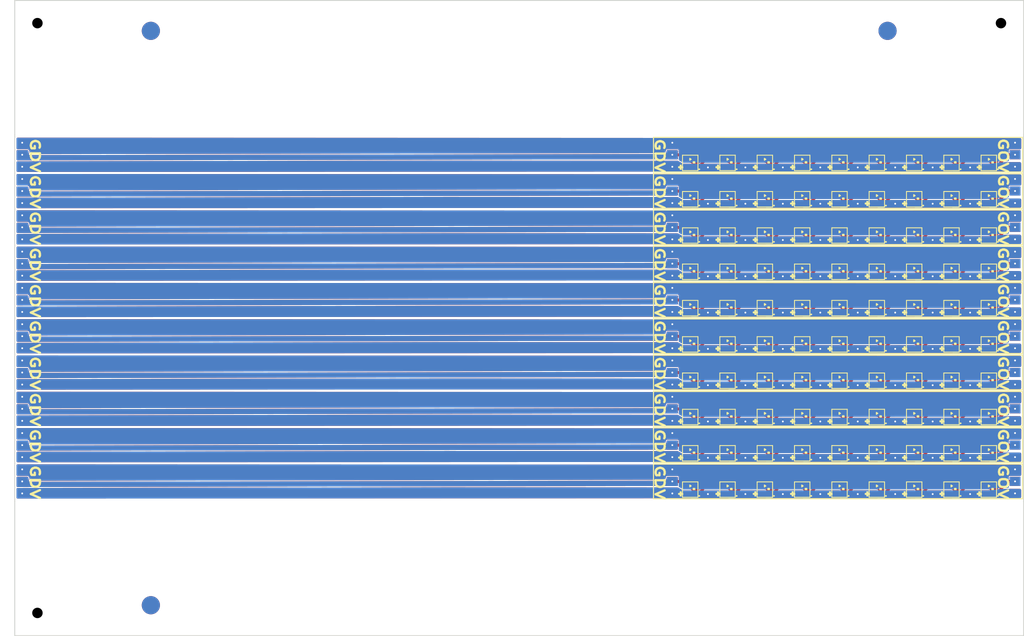
<source format=kicad_pcb>
(kicad_pcb (version 20221018) (generator pcbnew)
  (layers (0 "F.Cu" signal) (31 "B.Cu" signal) (34 "B.Paste" user) (35 "F.Paste" user) (36 "B.SilkS" user "B.Silkscreen") (37 "F.SilkS" user "F.Silkscreen") (38 "B.Mask" user) (39 "F.Mask" user) (44 "Edge.Cuts" user))
  (net 0 "")
  (net 1 "Board_0-+3V3")
  (net 2 "Board_0-GND")
  (net 3 "Board_0-LED_DATA")
  (net 4 "Board_0-LED_OUT")
  (net 5 "Board_0-Net-(U1-DOUT)")
  (net 6 "Board_0-Net-(U2-DOUT)")
  (net 7 "Board_0-Net-(U3-DOUT)")
  (net 8 "Board_0-Net-(U4-DOUT)")
  (net 9 "Board_0-Net-(U5-DOUT)")
  (net 10 "Board_0-Net-(U6-DOUT)")
  (net 11 "Board_0-Net-(U7-DOUT)")
  (net 12 "Board_0-Net-(U8-DOUT)")
  (net 13 "Board_1-+3V3")
  (net 14 "Board_1-GND")
  (net 15 "Board_1-LED_DATA")
  (net 16 "Board_1-LED_OUT")
  (net 17 "Board_1-Net-(U1-DOUT)")
  (net 18 "Board_1-Net-(U2-DOUT)")
  (net 19 "Board_1-Net-(U3-DOUT)")
  (net 20 "Board_1-Net-(U4-DOUT)")
  (net 21 "Board_1-Net-(U5-DOUT)")
  (net 22 "Board_1-Net-(U6-DOUT)")
  (net 23 "Board_1-Net-(U7-DOUT)")
  (net 24 "Board_1-Net-(U8-DOUT)")
  (net 25 "Board_2-+3V3")
  (net 26 "Board_2-GND")
  (net 27 "Board_2-LED_DATA")
  (net 28 "Board_2-LED_OUT")
  (net 29 "Board_2-Net-(U1-DOUT)")
  (net 30 "Board_2-Net-(U2-DOUT)")
  (net 31 "Board_2-Net-(U3-DOUT)")
  (net 32 "Board_2-Net-(U4-DOUT)")
  (net 33 "Board_2-Net-(U5-DOUT)")
  (net 34 "Board_2-Net-(U6-DOUT)")
  (net 35 "Board_2-Net-(U7-DOUT)")
  (net 36 "Board_2-Net-(U8-DOUT)")
  (net 37 "Board_3-+3V3")
  (net 38 "Board_3-GND")
  (net 39 "Board_3-LED_DATA")
  (net 40 "Board_3-LED_OUT")
  (net 41 "Board_3-Net-(U1-DOUT)")
  (net 42 "Board_3-Net-(U2-DOUT)")
  (net 43 "Board_3-Net-(U3-DOUT)")
  (net 44 "Board_3-Net-(U4-DOUT)")
  (net 45 "Board_3-Net-(U5-DOUT)")
  (net 46 "Board_3-Net-(U6-DOUT)")
  (net 47 "Board_3-Net-(U7-DOUT)")
  (net 48 "Board_3-Net-(U8-DOUT)")
  (net 49 "Board_4-+3V3")
  (net 50 "Board_4-GND")
  (net 51 "Board_4-LED_DATA")
  (net 52 "Board_4-LED_OUT")
  (net 53 "Board_4-Net-(U1-DOUT)")
  (net 54 "Board_4-Net-(U2-DOUT)")
  (net 55 "Board_4-Net-(U3-DOUT)")
  (net 56 "Board_4-Net-(U4-DOUT)")
  (net 57 "Board_4-Net-(U5-DOUT)")
  (net 58 "Board_4-Net-(U6-DOUT)")
  (net 59 "Board_4-Net-(U7-DOUT)")
  (net 60 "Board_4-Net-(U8-DOUT)")
  (net 61 "Board_5-+3V3")
  (net 62 "Board_5-GND")
  (net 63 "Board_5-LED_DATA")
  (net 64 "Board_5-LED_OUT")
  (net 65 "Board_5-Net-(U1-DOUT)")
  (net 66 "Board_5-Net-(U2-DOUT)")
  (net 67 "Board_5-Net-(U3-DOUT)")
  (net 68 "Board_5-Net-(U4-DOUT)")
  (net 69 "Board_5-Net-(U5-DOUT)")
  (net 70 "Board_5-Net-(U6-DOUT)")
  (net 71 "Board_5-Net-(U7-DOUT)")
  (net 72 "Board_5-Net-(U8-DOUT)")
  (net 73 "Board_6-+3V3")
  (net 74 "Board_6-GND")
  (net 75 "Board_6-LED_DATA")
  (net 76 "Board_6-LED_OUT")
  (net 77 "Board_6-Net-(U1-DOUT)")
  (net 78 "Board_6-Net-(U2-DOUT)")
  (net 79 "Board_6-Net-(U3-DOUT)")
  (net 80 "Board_6-Net-(U4-DOUT)")
  (net 81 "Board_6-Net-(U5-DOUT)")
  (net 82 "Board_6-Net-(U6-DOUT)")
  (net 83 "Board_6-Net-(U7-DOUT)")
  (net 84 "Board_6-Net-(U8-DOUT)")
  (net 85 "Board_7-+3V3")
  (net 86 "Board_7-GND")
  (net 87 "Board_7-LED_DATA")
  (net 88 "Board_7-LED_OUT")
  (net 89 "Board_7-Net-(U1-DOUT)")
  (net 90 "Board_7-Net-(U2-DOUT)")
  (net 91 "Board_7-Net-(U3-DOUT)")
  (net 92 "Board_7-Net-(U4-DOUT)")
  (net 93 "Board_7-Net-(U5-DOUT)")
  (net 94 "Board_7-Net-(U6-DOUT)")
  (net 95 "Board_7-Net-(U7-DOUT)")
  (net 96 "Board_7-Net-(U8-DOUT)")
  (net 97 "Board_8-+3V3")
  (net 98 "Board_8-GND")
  (net 99 "Board_8-LED_DATA")
  (net 100 "Board_8-LED_OUT")
  (net 101 "Board_8-Net-(U1-DOUT)")
  (net 102 "Board_8-Net-(U2-DOUT)")
  (net 103 "Board_8-Net-(U3-DOUT)")
  (net 104 "Board_8-Net-(U4-DOUT)")
  (net 105 "Board_8-Net-(U5-DOUT)")
  (net 106 "Board_8-Net-(U6-DOUT)")
  (net 107 "Board_8-Net-(U7-DOUT)")
  (net 108 "Board_8-Net-(U8-DOUT)")
  (net 109 "Board_9-+3V3")
  (net 110 "Board_9-GND")
  (net 111 "Board_9-LED_DATA")
  (net 112 "Board_9-LED_OUT")
  (net 113 "Board_9-Net-(U1-DOUT)")
  (net 114 "Board_9-Net-(U2-DOUT)")
  (net 115 "Board_9-Net-(U3-DOUT)")
  (net 116 "Board_9-Net-(U4-DOUT)")
  (net 117 "Board_9-Net-(U5-DOUT)")
  (net 118 "Board_9-Net-(U6-DOUT)")
  (net 119 "Board_9-Net-(U7-DOUT)")
  (net 120 "Board_9-Net-(U8-DOUT)")
  (footprint "kicad_lceda:TH_Pads_1.2x1_P1.20mml" (layer "F.Cu") (at 203.145 62.325)
    (fp_text reference "J5" hide)
    (fp_text value "Conn_01x01")
  )
  (footprint "kicad_lceda:TH_Pads_1.2x1_P1.20mml" (layer "F.Cu") (at 165.375 51.68 180)
    (fp_text reference "J2" hide)
    (fp_text value "Conn_01x01")
  )
  (footprint "kicad_lceda:LED-SMD_4P-L1.0-W1.0-TL_XL-1010RGBC-WS2812B" (layer "F.Cu") (at 167.34715 49.905 180)
    (fp_text reference "U1" hide)
    (fp_text value "XL-1010RGBC-WS2812B")
  )
  (footprint "kicad_lceda:TH_Pads_1.2x1_P1.20mml" (layer "F.Cu") (at 203.145 43.675)
    (fp_text reference "J6" hide)
    (fp_text value "Conn_01x01")
  )
  (footprint "kicad_lceda:LED-SMD_4P-L1.0-W1.0-TL_XL-1010RGBC-WS2812B" (layer "F.Cu") (at 187.915505 73.905 180)
    (fp_text reference "U6" hide)
    (fp_text value "XL-1010RGBC-WS2812B")
  )
  (footprint "kicad_lceda:TH_Pads_1.2x1_P1.20mml" (layer "F.Cu") (at 93.728163 35.68)
    (fp_text reference "J8" hide)
    (fp_text value "Conn_01x01")
  )
  (footprint "kicad_lceda:LED-SMD_4P-L1.0-W1.0-TL_XL-1010RGBC-WS2812B" (layer "F.Cu") (at 179.688163 73.905 180)
    (fp_text reference "U4" hide)
    (fp_text value "XL-1010RGBC-WS2812B")
  )
  (footprint "kicad_lceda:TH_Pads_1.2x1_P1.20mml" (layer "F.Cu") (at 93.728163 42.33)
    (fp_text reference "J7" hide)
    (fp_text value "Conn_01x01")
  )
  (footprint "kicad_lceda:TH_Pads_1.2x1_P1.20mml" (layer "F.Cu") (at 93.728163 73.005)
    (fp_text reference "J9" hide)
    (fp_text value "Conn_01x01")
  )
  (footprint "kicad_lceda:LED-SMD_4P-L1.0-W1.0-TL_XL-1010RGBC-WS2812B" (layer "F.Cu") (at 175.574492 73.905 180)
    (fp_text reference "U3" hide)
    (fp_text value "XL-1010RGBC-WS2812B")
  )
  (footprint "kicad_lceda:TH_Pads_1.2x1_P1.20mml" (layer "F.Cu") (at 93.728163 62.33)
    (fp_text reference "J7" hide)
    (fp_text value "Conn_01x01")
  )
  (footprint "kicad_lceda:TH_Pads_1.2x1_P1.20mml" (layer "F.Cu") (at 93.728163 45.005)
    (fp_text reference "J9" hide)
    (fp_text value "Conn_01x01")
  )
  (footprint "kicad_lceda:TH_Pads_1.2x1_P1.20mml" (layer "F.Cu") (at 165.375 54.33)
    (fp_text reference "J1" hide)
    (fp_text value "Conn_01x01")
  )
  (footprint "kicad_lceda:TH_Pads_1.2x1_P1.20mml" (layer "F.Cu") (at 165.375 39.68 180)
    (fp_text reference "J2" hide)
    (fp_text value "Conn_01x01")
  )
  (footprint "kicad_lceda:LED-SMD_4P-L1.0-W1.0-TL_XL-1010RGBC-WS2812B" (layer "F.Cu") (at 187.915505 61.905 180)
    (fp_text reference "U6" hide)
    (fp_text value "XL-1010RGBC-WS2812B")
  )
  (footprint "kicad_lceda:TH_Pads_1.2x1_P1.20mml" (layer "F.Cu") (at 93.728163 57.005)
    (fp_text reference "J9" hide)
    (fp_text value "Conn_01x01")
  )
  (footprint "kicad_lceda:TH_Pads_1.2x1_P1.20mml" (layer "F.Cu") (at 93.728163 39.68)
    (fp_text reference "J8" hide)
    (fp_text value "Conn_01x01")
  )
  (footprint "NPTH" (layer "F.Cu") (at 95.405 87.5)
    (fp_text reference "REF**" hide)
    (fp_text value "NPTH" hide)
  )
  (footprint "kicad_lceda:TH_Pads_1.2x1_P1.20mml" (layer "F.Cu") (at 165.375 59.68 180)
    (fp_text reference "J2" hide)
    (fp_text value "Conn_01x01")
  )
  (footprint "kicad_lceda:TH_Pads_1.2x1_P1.20mml" (layer "F.Cu") (at 165.375 61.005 180)
    (fp_text reference "J3" hide)
    (fp_text value "Conn_01x01")
  )
  (footprint "kicad_lceda:LED-SMD_4P-L1.0-W1.0-TL_XL-1010RGBC-WS2812B" (layer "F.Cu") (at 192.029176 69.905 180)
    (fp_text reference "U7" hide)
    (fp_text value "XL-1010RGBC-WS2812B")
  )
  (footprint "kicad_lceda:TH_Pads_1.2x1_P1.20mml" (layer "F.Cu") (at 93.728163 61.005)
    (fp_text reference "J9" hide)
    (fp_text value "Conn_01x01")
  )
  (footprint "kicad_lceda:LED-SMD_4P-L1.0-W1.0-TL_XL-1010RGBC-WS2812B" (layer "F.Cu") (at 192.029176 73.905 180)
    (fp_text reference "U7" hide)
    (fp_text value "XL-1010RGBC-WS2812B")
  )
  (footprint "kicad_lceda:TH_Pads_1.2x1_P1.20mml" (layer "F.Cu") (at 93.728163 67.68)
    (fp_text reference "J8" hide)
    (fp_text value "Conn_01x01")
  )
  (footprint "kicad_lceda:LED-SMD_4P-L1.0-W1.0-TL_XL-1010RGBC-WS2812B" (layer "F.Cu") (at 183.801834 53.905 180)
    (fp_text reference "U5" hide)
    (fp_text value "XL-1010RGBC-WS2812B")
  )
  (footprint "kicad_lceda:TH_Pads_1.2x1_P1.20mml" (layer "F.Cu") (at 93.728163 54.33)
    (fp_text reference "J7" hide)
    (fp_text value "Conn_01x01")
  )
  (footprint "kicad_lceda:TH_Pads_1.2x1_P1.20mml" (layer "F.Cu") (at 165.375 38.33)
    (fp_text reference "J1" hide)
    (fp_text value "Conn_01x01")
  )
  (footprint "kicad_lceda:LED-SMD_4P-L1.0-W1.0-TL_XL-1010RGBC-WS2812B" (layer "F.Cu") (at 171.460821 65.905 180)
    (fp_text reference "U2" hide)
    (fp_text value "XL-1010RGBC-WS2812B")
  )
  (footprint "NPTH" (layer "F.Cu") (at 201.595 22.5)
    (fp_text reference "REF**" hide)
    (fp_text value "NPTH" hide)
  )
  (footprint "kicad_lceda:LED-SMD_4P-L1.0-W1.0-TL_XL-1010RGBC-WS2812B" (layer "F.Cu") (at 183.801834 41.905 180)
    (fp_text reference "U5" hide)
    (fp_text value "XL-1010RGBC-WS2812B")
  )
  (footprint "kicad_lceda:LED-SMD_4P-L1.0-W1.0-TL_XL-1010RGBC-WS2812B" (layer "F.Cu") (at 187.915505 45.905 180)
    (fp_text reference "U6" hide)
    (fp_text value "XL-1010RGBC-WS2812B")
  )
  (footprint "kicad_lceda:LED-SMD_4P-L1.0-W1.0-TL_XL-1010RGBC-WS2812B" (layer "F.Cu") (at 167.34715 65.905 180)
    (fp_text reference "U1" hide)
    (fp_text value "XL-1010RGBC-WS2812B")
  )
  (footprint "kicad_lceda:TH_Pads_1.2x1_P1.20mml" (layer "F.Cu") (at 165.375 65.005 180)
    (fp_text reference "J3" hide)
    (fp_text value "Conn_01x01")
  )
  (footprint "kicad_lceda:LED-SMD_4P-L1.0-W1.0-TL_XL-1010RGBC-WS2812B" (layer "F.Cu") (at 179.688163 41.905 180)
    (fp_text reference "U4" hide)
    (fp_text value "XL-1010RGBC-WS2812B")
  )
  (footprint "kicad_lceda:TH_Pads_1.2x1_P1.20mml" (layer "F.Cu") (at 93.728163 38.33)
    (fp_text reference "J7" hide)
    (fp_text value "Conn_01x01")
  )
  (footprint "kicad_lceda:LED-SMD_4P-L1.0-W1.0-TL_XL-1010RGBC-WS2812B" (layer "F.Cu") (at 200.256522 61.905 180)
    (fp_text reference "U9" hide)
    (fp_text value "XL-1010RGBC-WS2812B")
  )
  (footprint "kicad_lceda:LED-SMD_4P-L1.0-W1.0-TL_XL-1010RGBC-WS2812B" (layer "F.Cu") (at 200.256522 37.905 180)
    (fp_text reference "U9" hide)
    (fp_text value "XL-1010RGBC-WS2812B")
  )
  (footprint "kicad_lceda:LED-SMD_4P-L1.0-W1.0-TL_XL-1010RGBC-WS2812B" (layer "F.Cu") (at 171.460821 57.905 180)
    (fp_text reference "U2" hide)
    (fp_text value "XL-1010RGBC-WS2812B")
  )
  (footprint "kicad_lceda:LED-SMD_4P-L1.0-W1.0-TL_XL-1010RGBC-WS2812B" (layer "F.Cu") (at 175.574492 57.905 180)
    (fp_text reference "U3" hide)
    (fp_text value "XL-1010RGBC-WS2812B")
  )
  (footprint "kicad_lceda:TH_Pads_1.2x1_P1.20mml" (layer "F.Cu") (at 93.728163 43.68)
    (fp_text reference "J8" hide)
    (fp_text value "Conn_01x01")
  )
  (footprint "kicad_lceda:LED-SMD_4P-L1.0-W1.0-TL_XL-1010RGBC-WS2812B" (layer "F.Cu") (at 175.574492 53.905 180)
    (fp_text reference "U3" hide)
    (fp_text value "XL-1010RGBC-WS2812B")
  )
  (footprint "kicad_lceda:LED-SMD_4P-L1.0-W1.0-TL_XL-1010RGBC-WS2812B" (layer "F.Cu") (at 175.574492 65.905 180)
    (fp_text reference "U3" hide)
    (fp_text value "XL-1010RGBC-WS2812B")
  )
  (footprint "kicad_lceda:TH_Pads_1.2x1_P1.20mml" (layer "F.Cu") (at 203.145 58.325)
    (fp_text reference "J5" hide)
    (fp_text value "Conn_01x01")
  )
  (footprint "Fiducial" (layer "F.Cu") (at 107.905 23.35)
    (fp_text reference "REF**" hide)
    (fp_text value "Fiducial" hide)
  )
  (footprint "kicad_lceda:TH_Pads_1.2x1_P1.20mml" (layer "F.Cu") (at 203.145 35.675)
    (fp_text reference "J6" hide)
    (fp_text value "Conn_01x01")
  )
  (footprint "kicad_lceda:LED-SMD_4P-L1.0-W1.0-TL_XL-1010RGBC-WS2812B" (layer "F.Cu") (at 171.460821 41.905 180)
    (fp_text reference "U2" hide)
    (fp_text value "XL-1010RGBC-WS2812B")
  )
  (footprint "kicad_lceda:TH_Pads_1.2x1_P1.20mml" (layer "F.Cu") (at 165.375 53.005 180)
    (fp_text reference "J3" hide)
    (fp_text value "Conn_01x01")
  )
  (footprint "kicad_lceda:TH_Pads_1.2x1_P1.20mml" (layer "F.Cu") (at 93.728163 59.68)
    (fp_text reference "J8" hide)
    (fp_text value "Conn_01x01")
  )
  (footprint "kicad_lceda:TH_Pads_1.2x1_P1.20mml" (layer "F.Cu") (at 93.728163 53.005)
    (fp_text reference "J9" hide)
    (fp_text value "Conn_01x01")
  )
  (footprint "kicad_lceda:TH_Pads_1.2x1_P1.20mml" (layer "F.Cu") (at 203.145 54.325)
    (fp_text reference "J5" hide)
    (fp_text value "Conn_01x01")
  )
  (footprint "kicad_lceda:LED-SMD_4P-L1.0-W1.0-TL_XL-1010RGBC-WS2812B" (layer "F.Cu") (at 167.34715 57.905 180)
    (fp_text reference "U1" hide)
    (fp_text value "XL-1010RGBC-WS2812B")
  )
  (footprint "kicad_lceda:LED-SMD_4P-L1.0-W1.0-TL_XL-1010RGBC-WS2812B" (layer "F.Cu") (at 179.688163 65.905 180)
    (fp_text reference "U4" hide)
    (fp_text value "XL-1010RGBC-WS2812B")
  )
  (footprint "kicad_lceda:LED-SMD_4P-L1.0-W1.0-TL_XL-1010RGBC-WS2812B" (layer "F.Cu") (at 179.688163 37.905 180)
    (fp_text reference "U4" hide)
    (fp_text value "XL-1010RGBC-WS2812B")
  )
  (footprint "kicad_lceda:TH_Pads_1.2x1_P1.20mml" (layer "F.Cu") (at 203.145 37)
    (fp_text reference "J4" hide)
    (fp_text value "Conn_01x01")
  )
  (footprint "kicad_lceda:TH_Pads_1.2x1_P1.20mml" (layer "F.Cu") (at 203.145 61)
    (fp_text reference "J4" hide)
    (fp_text value "Conn_01x01")
  )
  (footprint "kicad_lceda:LED-SMD_4P-L1.0-W1.0-TL_XL-1010RGBC-WS2812B" (layer "F.Cu") (at 192.029176 57.905 180)
    (fp_text reference "U7" hide)
    (fp_text value "XL-1010RGBC-WS2812B")
  )
  (footprint "kicad_lceda:TH_Pads_1.2x1_P1.20mml" (layer "F.Cu") (at 165.375 50.33)
    (fp_text reference "J1" hide)
    (fp_text value "Conn_01x01")
  )
  (footprint "kicad_lceda:LED-SMD_4P-L1.0-W1.0-TL_XL-1010RGBC-WS2812B" (layer "F.Cu") (at 183.801834 73.905 180)
    (fp_text reference "U5" hide)
    (fp_text value "XL-1010RGBC-WS2812B")
  )
  (footprint "kicad_lceda:TH_Pads_1.2x1_P1.20mml" (layer "F.Cu") (at 203.145 63.675)
    (fp_text reference "J6" hide)
    (fp_text value "Conn_01x01")
  )
  (footprint "kicad_lceda:LED-SMD_4P-L1.0-W1.0-TL_XL-1010RGBC-WS2812B" (layer "F.Cu") (at 167.34715 73.905 180)
    (fp_text reference "U1" hide)
    (fp_text value "XL-1010RGBC-WS2812B")
  )
  (footprint "kicad_lceda:TH_Pads_1.2x1_P1.20mml" (layer "F.Cu") (at 165.375 71.68 180)
    (fp_text reference "J2" hide)
    (fp_text value "Conn_01x01")
  )
  (footprint "kicad_lceda:TH_Pads_1.2x1_P1.20mml" (layer "F.Cu") (at 165.375 63.68 180)
    (fp_text reference "J2" hide)
    (fp_text value "Conn_01x01")
  )
  (footprint "kicad_lceda:LED-SMD_4P-L1.0-W1.0-TL_XL-1010RGBC-WS2812B" (layer "F.Cu") (at 187.915505 65.905 180)
    (fp_text reference "U6" hide)
    (fp_text value "XL-1010RGBC-WS2812B")
  )
  (footprint "kicad_lceda:LED-SMD_4P-L1.0-W1.0-TL_XL-1010RGBC-WS2812B" (layer "F.Cu") (at 171.460821 49.905 180)
    (fp_text reference "U2" hide)
    (fp_text value "XL-1010RGBC-WS2812B")
  )
  (footprint "kicad_lceda:TH_Pads_1.2x1_P1.20mml" (layer "F.Cu") (at 165.375 57.005 180)
    (fp_text reference "J3" hide)
    (fp_text value "Conn_01x01")
  )
  (footprint "kicad_lceda:LED-SMD_4P-L1.0-W1.0-TL_XL-1010RGBC-WS2812B" (layer "F.Cu") (at 175.574492 37.905 180)
    (fp_text reference "U3" hide)
    (fp_text value "XL-1010RGBC-WS2812B")
  )
  (footprint "kicad_lceda:LED-SMD_4P-L1.0-W1.0-TL_XL-1010RGBC-WS2812B" (layer "F.Cu") (at 200.256522 45.905 180)
    (fp_text reference "U9" hide)
    (fp_text value "XL-1010RGBC-WS2812B")
  )
  (footprint "kicad_lceda:TH_Pads_1.2x1_P1.20mml" (layer "F.Cu") (at 93.728163 46.33)
    (fp_text reference "J7" hide)
    (fp_text value "Conn_01x01")
  )
  (footprint "kicad_lceda:TH_Pads_1.2x1_P1.20mml" (layer "F.Cu") (at 203.145 69)
    (fp_text reference "J4" hide)
    (fp_text value "Conn_01x01")
  )
  (footprint "kicad_lceda:LED-SMD_4P-L1.0-W1.0-TL_XL-1010RGBC-WS2812B" (layer "F.Cu") (at 192.029176 37.905 180)
    (fp_text reference "U7" hide)
    (fp_text value "XL-1010RGBC-WS2812B")
  )
  (footprint "kicad_lceda:LED-SMD_4P-L1.0-W1.0-TL_XL-1010RGBC-WS2812B" (layer "F.Cu") (at 187.915505 49.905 180)
    (fp_text reference "U6" hide)
    (fp_text value "XL-1010RGBC-WS2812B")
  )
  (footprint "kicad_lceda:LED-SMD_4P-L1.0-W1.0-TL_XL-1010RGBC-WS2812B" (layer "F.Cu") (at 167.34715 53.905 180)
    (fp_text reference "U1" hide)
    (fp_text value "XL-1010RGBC-WS2812B")
  )
  (footprint "kicad_lceda:LED-SMD_4P-L1.0-W1.0-TL_XL-1010RGBC-WS2812B" (layer "F.Cu") (at 175.574492 41.905 180)
    (fp_text reference "U3" hide)
    (fp_text value "XL-1010RGBC-WS2812B")
  )
  (footprint "kicad_lceda:LED-SMD_4P-L1.0-W1.0-TL_XL-1010RGBC-WS2812B" (layer "F.Cu") (at 183.801834 61.905 180)
    (fp_text reference "U5" hide)
    (fp_text value "XL-1010RGBC-WS2812B")
  )
  (footprint "kicad_lceda:LED-SMD_4P-L1.0-W1.0-TL_XL-1010RGBC-WS2812B" (layer "F.Cu") (at 196.142847 41.905 180)
    (fp_text reference "U8" hide)
    (fp_text value "XL-1010RGBC-WS2812B")
  )
  (footprint "kicad_lceda:LED-SMD_4P-L1.0-W1.0-TL_XL-1010RGBC-WS2812B" (layer "F.Cu") (at 196.142847 57.905 180)
    (fp_text reference "U8" hide)
    (fp_text value "XL-1010RGBC-WS2812B")
  )
  (footprint "kicad_lceda:TH_Pads_1.2x1_P1.20mml" (layer "F.Cu") (at 165.375 47.68 180)
    (fp_text reference "J2" hide)
    (fp_text value "Conn_01x01")
  )
  (footprint "kicad_lceda:LED-SMD_4P-L1.0-W1.0-TL_XL-1010RGBC-WS2812B" (layer "F.Cu") (at 192.029176 45.905 180)
    (fp_text reference "U7" hide)
    (fp_text value "XL-1010RGBC-WS2812B")
  )
  (footprint "kicad_lceda:TH_Pads_1.2x1_P1.20mml" (layer "F.Cu") (at 165.375 49.005 180)
    (fp_text reference "J3" hide)
    (fp_text value "Conn_01x01")
  )
  (footprint "kicad_lceda:LED-SMD_4P-L1.0-W1.0-TL_XL-1010RGBC-WS2812B" (layer "F.Cu") (at 179.688163 49.905 180)
    (fp_text reference "U4" hide)
    (fp_text value "XL-1010RGBC-WS2812B")
  )
  (footprint "kicad_lceda:LED-SMD_4P-L1.0-W1.0-TL_XL-1010RGBC-WS2812B" (layer "F.Cu") (at 175.574492 61.905 180)
    (fp_text reference "U3" hide)
    (fp_text value "XL-1010RGBC-WS2812B")
  )
  (footprint "kicad_lceda:LED-SMD_4P-L1.0-W1.0-TL_XL-1010RGBC-WS2812B" (layer "F.Cu") (at 192.029176 65.905 180)
    (fp_text reference "U7" hide)
    (fp_text value "XL-1010RGBC-WS2812B")
  )
  (footprint "kicad_lceda:TH_Pads_1.2x1_P1.20mml" (layer "F.Cu") (at 165.375 70.33)
    (fp_text reference "J1" hide)
    (fp_text value "Conn_01x01")
  )
  (footprint "kicad_lceda:LED-SMD_4P-L1.0-W1.0-TL_XL-1010RGBC-WS2812B" (layer "F.Cu") (at 192.029176 41.905 180)
    (fp_text reference "U7" hide)
    (fp_text value "XL-1010RGBC-WS2812B")
  )
  (footprint "kicad_lceda:LED-SMD_4P-L1.0-W1.0-TL_XL-1010RGBC-WS2812B" (layer "F.Cu") (at 179.688163 57.905 180)
    (fp_text reference "U4" hide)
    (fp_text value "XL-1010RGBC-WS2812B")
  )
  (footprint "kicad_lceda:LED-SMD_4P-L1.0-W1.0-TL_XL-1010RGBC-WS2812B" (layer "F.Cu") (at 175.574492 69.905 180)
    (fp_text reference "U3" hide)
    (fp_text value "XL-1010RGBC-WS2812B")
  )
  (footprint "kicad_lceda:LED-SMD_4P-L1.0-W1.0-TL_XL-1010RGBC-WS2812B" (layer "F.Cu") (at 171.460821 73.905 180)
    (fp_text reference "U2" hide)
    (fp_text value "XL-1010RGBC-WS2812B")
  )
  (footprint "kicad_lceda:TH_Pads_1.2x1_P1.20mml" (layer "F.Cu") (at 203.145 38.325)
    (fp_text reference "J5" hide)
    (fp_text value "Conn_01x01")
  )
  (footprint "kicad_lceda:TH_Pads_1.2x1_P1.20mml" (layer "F.Cu") (at 203.145 42.325)
    (fp_text reference "J5" hide)
    (fp_text value "Conn_01x01")
  )
  (footprint "kicad_lceda:TH_Pads_1.2x1_P1.20mml" (layer "F.Cu") (at 165.375 62.33)
    (fp_text reference "J1" hide)
    (fp_text value "Conn_01x01")
  )
  (footprint "kicad_lceda:LED-SMD_4P-L1.0-W1.0-TL_XL-1010RGBC-WS2812B" (layer "F.Cu") (at 187.915505 53.905 180)
    (fp_text reference "U6" hide)
    (fp_text value "XL-1010RGBC-WS2812B")
  )
  (footprint "kicad_lceda:TH_Pads_1.2x1_P1.20mml" (layer "F.Cu") (at 93.728163 66.33)
    (fp_text reference "J7" hide)
    (fp_text value "Conn_01x01")
  )
  (footprint "kicad_lceda:TH_Pads_1.2x1_P1.20mml" (layer "F.Cu") (at 203.145 55.675)
    (fp_text reference "J6" hide)
    (fp_text value "Conn_01x01")
  )
  (footprint "kicad_lceda:TH_Pads_1.2x1_P1.20mml" (layer "F.Cu") (at 93.728163 51.68)
    (fp_text reference "J8" hide)
    (fp_text value "Conn_01x01")
  )
  (footprint "kicad_lceda:TH_Pads_1.2x1_P1.20mml" (layer "F.Cu") (at 203.145 65)
    (fp_text reference "J4" hide)
    (fp_text value "Conn_01x01")
  )
  (footprint "kicad_lceda:LED-SMD_4P-L1.0-W1.0-TL_XL-1010RGBC-WS2812B" (layer "F.Cu") (at 196.142847 49.905 180)
    (fp_text reference "U8" hide)
    (fp_text value "XL-1010RGBC-WS2812B")
  )
  (footprint "kicad_lceda:LED-SMD_4P-L1.0-W1.0-TL_XL-1010RGBC-WS2812B" (layer "F.Cu") (at 179.688163 69.905 180)
    (fp_text reference "U4" hide)
    (fp_text value "XL-1010RGBC-WS2812B")
  )
  (footprint "kicad_lceda:LED-SMD_4P-L1.0-W1.0-TL_XL-1010RGBC-WS2812B" (layer "F.Cu") (at 196.142847 53.905 180)
    (fp_text reference "U8" hide)
    (fp_text value "XL-1010RGBC-WS2812B")
  )
  (footprint "kicad_lceda:LED-SMD_4P-L1.0-W1.0-TL_XL-1010RGBC-WS2812B" (layer "F.Cu") (at 171.460821 69.905 180)
    (fp_text reference "U2" hide)
    (fp_text value "XL-1010RGBC-WS2812B")
  )
  (footprint "kicad_lceda:LED-SMD_4P-L1.0-W1.0-TL_XL-1010RGBC-WS2812B" (layer "F.Cu") (at 196.142847 65.905 180)
    (fp_text reference "U8" hide)
    (fp_text value "XL-1010RGBC-WS2812B")
  )
  (footprint "kicad_lceda:LED-SMD_4P-L1.0-W1.0-TL_XL-1010RGBC-WS2812B" (layer "F.Cu") (at 167.34715 37.905 180)
    (fp_text reference "U1" hide)
    (fp_text value "XL-1010RGBC-WS2812B")
  )
  (footprint "kicad_lceda:LED-SMD_4P-L1.0-W1.0-TL_XL-1010RGBC-WS2812B" (layer "F.Cu") (at 196.142847 69.905 180)
    (fp_text reference "U8" hide)
    (fp_text value "XL-1010RGBC-WS2812B")
  )
  (footprint "kicad_lceda:LED-SMD_4P-L1.0-W1.0-TL_XL-1010RGBC-WS2812B" (layer "F.Cu") (at 200.256522 41.905 180)
    (fp_text reference "U9" hide)
    (fp_text value "XL-1010RGBC-WS2812B")
  )
  (footprint "kicad_lceda:TH_Pads_1.2x1_P1.20mml" (layer "F.Cu") (at 203.145 41)
    (fp_text reference "J4" hide)
    (fp_text value "Conn_01x01")
  )
  (footprint "Fiducial" (layer "F.Cu") (at 189.095 23.35)
    (fp_text reference "REF**" hide)
    (fp_text value "Fiducial" hide)
  )
  (footprint "kicad_lceda:LED-SMD_4P-L1.0-W1.0-TL_XL-1010RGBC-WS2812B" (layer "F.Cu") (at 183.801834 57.905 180)
    (fp_text reference "U5" hide)
    (fp_text value "XL-1010RGBC-WS2812B")
  )
  (footprint "kicad_lceda:LED-SMD_4P-L1.0-W1.0-TL_XL-1010RGBC-WS2812B" (layer "F.Cu") (at 183.801834 69.905 180)
    (fp_text reference "U5" hide)
    (fp_text value "XL-1010RGBC-WS2812B")
  )
  (footprint "kicad_lceda:TH_Pads_1.2x1_P1.20mml" (layer "F.Cu") (at 203.145 47.675)
    (fp_text reference "J6" hide)
    (fp_text value "Conn_01x01")
  )
  (footprint "kicad_lceda:LED-SMD_4P-L1.0-W1.0-TL_XL-1010RGBC-WS2812B" (layer "F.Cu") (at 192.029176 61.905 180)
    (fp_text reference "U7" hide)
    (fp_text value "XL-1010RGBC-WS2812B")
  )
  (footprint "kicad_lceda:TH_Pads_1.2x1_P1.20mml" (layer "F.Cu") (at 203.145 70.325)
    (fp_text reference "J5" hide)
    (fp_text value "Conn_01x01")
  )
  (footprint "kicad_lceda:LED-SMD_4P-L1.0-W1.0-TL_XL-1010RGBC-WS2812B" (layer "F.Cu") (at 183.801834 45.905 180)
    (fp_text reference "U5" hide)
    (fp_text value "XL-1010RGBC-WS2812B")
  )
  (footprint "kicad_lceda:TH_Pads_1.2x1_P1.20mml" (layer "F.Cu") (at 165.375 67.68 180)
    (fp_text reference "J2" hide)
    (fp_text value "Conn_01x01")
  )
  (footprint "kicad_lceda:TH_Pads_1.2x1_P1.20mml" (layer "F.Cu") (at 203.145 57)
    (fp_text reference "J4" hide)
    (fp_text value "Conn_01x01")
  )
  (footprint "kicad_lceda:TH_Pads_1.2x1_P1.20mml" (layer "F.Cu") (at 165.375 41.005 180)
    (fp_text reference "J3" hide)
    (fp_text value "Conn_01x01")
  )
  (footprint "kicad_lceda:LED-SMD_4P-L1.0-W1.0-TL_XL-1010RGBC-WS2812B" (layer "F.Cu") (at 192.029176 53.905 180)
    (fp_text reference "U7" hide)
    (fp_text value "XL-1010RGBC-WS2812B")
  )
  (footprint "kicad_lceda:TH_Pads_1.2x1_P1.20mml" (layer "F.Cu") (at 165.375 66.33)
    (fp_text reference "J1" hide)
    (fp_text value "Conn_01x01")
  )
  (footprint "kicad_lceda:TH_Pads_1.2x1_P1.20mml" (layer "F.Cu") (at 93.728163 71.68)
    (fp_text reference "J8" hide)
    (fp_text value "Conn_01x01")
  )
  (footprint "kicad_lceda:TH_Pads_1.2x1_P1.20mml" (layer "F.Cu") (at 93.728163 55.68)
    (fp_text reference "J8" hide)
    (fp_text value "Conn_01x01")
  )
  (footprint "kicad_lceda:LED-SMD_4P-L1.0-W1.0-TL_XL-1010RGBC-WS2812B" (layer "F.Cu") (at 200.256522 69.905 180)
    (fp_text reference "U9" hide)
    (fp_text value "XL-1010RGBC-WS2812B")
  )
  (footprint "kicad_lceda:TH_Pads_1.2x1_P1.20mml" (layer "F.Cu") (at 93.728163 41.005)
    (fp_text reference "J9" hide)
    (fp_text value "Conn_01x01")
  )
  (footprint "kicad_lceda:LED-SMD_4P-L1.0-W1.0-TL_XL-1010RGBC-WS2812B" (layer "F.Cu") (at 196.142847 45.905 180)
    (fp_text reference "U8" hide)
    (fp_text value "XL-1010RGBC-WS2812B")
  )
  (footprint "kicad_lceda:TH_Pads_1.2x1_P1.20mml" (layer "F.Cu") (at 93.728163 58.33)
    (fp_text reference "J7" hide)
    (fp_text value "Conn_01x01")
  )
  (footprint "kicad_lceda:LED-SMD_4P-L1.0-W1.0-TL_XL-1010RGBC-WS2812B" (layer "F.Cu") (at 187.915505 41.905 180)
    (fp_text reference "U6" hide)
    (fp_text value "XL-1010RGBC-WS2812B")
  )
  (footprint "kicad_lceda:LED-SMD_4P-L1.0-W1.0-TL_XL-1010RGBC-WS2812B" (layer "F.Cu") (at 183.801834 37.905 180)
    (fp_text reference "U5" hide)
    (fp_text value "XL-1010RGBC-WS2812B")
  )
  (footprint "kicad_lceda:TH_Pads_1.2x1_P1.20mml" (layer "F.Cu") (at 165.375 58.33)
    (fp_text reference "J1" hide)
    (fp_text value "Conn_01x01")
  )
  (footprint "kicad_lceda:TH_Pads_1.2x1_P1.20mml" (layer "F.Cu") (at 93.728163 74.33)
    (fp_text reference "J7" hide)
    (fp_text value "Conn_01x01")
  )
  (footprint "kicad_lceda:TH_Pads_1.2x1_P1.20mml" (layer "F.Cu") (at 203.145 59.675)
    (fp_text reference "J6" hide)
    (fp_text value "Conn_01x01")
  )
  (footprint "kicad_lceda:LED-SMD_4P-L1.0-W1.0-TL_XL-1010RGBC-WS2812B" (layer "F.Cu") (at 167.34715 45.905 180)
    (fp_text reference "U1" hide)
    (fp_text value "XL-1010RGBC-WS2812B")
  )
  (footprint "kicad_lceda:LED-SMD_4P-L1.0-W1.0-TL_XL-1010RGBC-WS2812B" (layer "F.Cu") (at 171.460821 37.905 180)
    (fp_text reference "U2" hide)
    (fp_text value "XL-1010RGBC-WS2812B")
  )
  (footprint "NPTH" (layer "F.Cu") (at 95.405 22.5)
    (fp_text reference "REF**" hide)
    (fp_text value "NPTH" hide)
  )
  (footprint "kicad_lceda:LED-SMD_4P-L1.0-W1.0-TL_XL-1010RGBC-WS2812B" (layer "F.Cu") (at 187.915505 37.905 180)
    (fp_text reference "U6" hide)
    (fp_text value "XL-1010RGBC-WS2812B")
  )
  (footprint "kicad_lceda:TH_Pads_1.2x1_P1.20mml" (layer "F.Cu") (at 165.375 45.005 180)
    (fp_text reference "J3" hide)
    (fp_text value "Conn_01x01")
  )
  (footprint "kicad_lceda:TH_Pads_1.2x1_P1.20mml" (layer "F.Cu") (at 203.145 51.675)
    (fp_text reference "J6" hide)
    (fp_text value "Conn_01x01")
  )
  (footprint "kicad_lceda:LED-SMD_4P-L1.0-W1.0-TL_XL-1010RGBC-WS2812B" (layer "F.Cu") (at 175.574492 49.905 180)
    (fp_text reference "U3" hide)
    (fp_text value "XL-1010RGBC-WS2812B")
  )
  (footprint "kicad_lceda:TH_Pads_1.2x1_P1.20mml" (layer "F.Cu") (at 165.375 42.33)
    (fp_text reference "J1" hide)
    (fp_text value "Conn_01x01")
  )
  (footprint "kicad_lceda:TH_Pads_1.2x1_P1.20mml" (layer "F.Cu") (at 165.375 43.68 180)
    (fp_text reference "J2" hide)
    (fp_text value "Conn_01x01")
  )
  (footprint "kicad_lceda:TH_Pads_1.2x1_P1.20mml" (layer "F.Cu") (at 203.145 46.325)
    (fp_text reference "J5" hide)
    (fp_text value "Conn_01x01")
  )
  (footprint "kicad_lceda:TH_Pads_1.2x1_P1.20mml" (layer "F.Cu") (at 165.375 35.68 180)
    (fp_text reference "J2" hide)
    (fp_text value "Conn_01x01")
  )
  (footprint "kicad_lceda:LED-SMD_4P-L1.0-W1.0-TL_XL-1010RGBC-WS2812B" (layer "F.Cu") (at 200.256522 73.905 180)
    (fp_text reference "U9" hide)
    (fp_text value "XL-1010RGBC-WS2812B")
  )
  (footprint "kicad_lceda:TH_Pads_1.2x1_P1.20mml" (layer "F.Cu") (at 93.728163 47.68)
    (fp_text reference "J8" hide)
    (fp_text value "Conn_01x01")
  )
  (footprint "kicad_lceda:LED-SMD_4P-L1.0-W1.0-TL_XL-1010RGBC-WS2812B" (layer "F.Cu") (at 183.801834 65.905 180)
    (fp_text reference "U5" hide)
    (fp_text value "XL-1010RGBC-WS2812B")
  )
  (footprint "kicad_lceda:LED-SMD_4P-L1.0-W1.0-TL_XL-1010RGBC-WS2812B" (layer "F.Cu") (at 179.688163 53.905 180)
    (fp_text reference "U4" hide)
    (fp_text value "XL-1010RGBC-WS2812B")
  )
  (footprint "kicad_lceda:TH_Pads_1.2x1_P1.20mml" (layer "F.Cu") (at 93.728163 49.005)
    (fp_text reference "J9" hide)
    (fp_text value "Conn_01x01")
  )
  (footprint "kicad_lceda:TH_Pads_1.2x1_P1.20mml" (layer "F.Cu") (at 203.145 45)
    (fp_text reference "J4" hide)
    (fp_text value "Conn_01x01")
  )
  (footprint "kicad_lceda:LED-SMD_4P-L1.0-W1.0-TL_XL-1010RGBC-WS2812B" (layer "F.Cu") (at 179.688163 61.905 180)
    (fp_text reference "U4" hide)
    (fp_text value "XL-1010RGBC-WS2812B")
  )
  (footprint "kicad_lceda:TH_Pads_1.2x1_P1.20mml" (layer "F.Cu") (at 93.728163 50.33)
    (fp_text reference "J7" hide)
    (fp_text value "Conn_01x01")
  )
  (footprint "kicad_lceda:LED-SMD_4P-L1.0-W1.0-TL_XL-1010RGBC-WS2812B" (layer "F.Cu") (at 200.256522 57.905 180)
    (fp_text reference "U9" hide)
    (fp_text value "XL-1010RGBC-WS2812B")
  )
  (footprint "kicad_lceda:LED-SMD_4P-L1.0-W1.0-TL_XL-1010RGBC-WS2812B" (layer "F.Cu") (at 167.34715 61.905 180)
    (fp_text reference "U1" hide)
    (fp_text value "XL-1010RGBC-WS2812B")
  )
  (footprint "kicad_lceda:LED-SMD_4P-L1.0-W1.0-TL_XL-1010RGBC-WS2812B" (layer "F.Cu") (at 196.142847 61.905 180)
    (fp_text reference "U8" hide)
    (fp_text value "XL-1010RGBC-WS2812B")
  )
  (footprint "kicad_lceda:LED-SMD_4P-L1.0-W1.0-TL_XL-1010RGBC-WS2812B" (layer "F.Cu") (at 192.029176 49.905 180)
    (fp_text reference "U7" hide)
    (fp_text value "XL-1010RGBC-WS2812B")
  )
  (footprint "kicad_lceda:LED-SMD_4P-L1.0-W1.0-TL_XL-1010RGBC-WS2812B" (layer "F.Cu") (at 183.801834 49.905 180)
    (fp_text reference "U5" hide)
    (fp_text value "XL-1010RGBC-WS2812B")
  )
  (footprint "kicad_lceda:TH_Pads_1.2x1_P1.20mml" (layer "F.Cu") (at 165.375 46.33)
    (fp_text reference "J1" hide)
    (fp_text value "Conn_01x01")
  )
  (footprint "kicad_lceda:TH_Pads_1.2x1_P1.20mml" (layer "F.Cu") (at 203.145 53)
    (fp_text reference "J4" hide)
    (fp_text value "Conn_01x01")
  )
  (footprint "Fiducial" (layer "F.Cu") (at 107.905 86.65)
    (fp_text reference "REF**" hide)
    (fp_text value "Fiducial" hide)
  )
  (footprint "kicad_lceda:LED-SMD_4P-L1.0-W1.0-TL_XL-1010RGBC-WS2812B" (layer "F.Cu") (at 187.915505 57.905 180)
    (fp_text reference "U6" hide)
    (fp_text value "XL-1010RGBC-WS2812B")
  )
  (footprint "kicad_lceda:LED-SMD_4P-L1.0-W1.0-TL_XL-1010RGBC-WS2812B" (layer "F.Cu") (at 171.460821 45.905 180)
    (fp_text reference "U2" hide)
    (fp_text value "XL-1010RGBC-WS2812B")
  )
  (footprint "kicad_lceda:TH_Pads_1.2x1_P1.20mml" (layer "F.Cu") (at 203.145 50.325)
    (fp_text reference "J5" hide)
    (fp_text value "Conn_01x01")
  )
  (footprint "kicad_lceda:TH_Pads_1.2x1_P1.20mml" (layer "F.Cu") (at 203.145 39.675)
    (fp_text reference "J6" hide)
    (fp_text value "Conn_01x01")
  )
  (footprint "kicad_lceda:TH_Pads_1.2x1_P1.20mml" (layer "F.Cu") (at 203.145 74.325)
    (fp_text reference "J5" hide)
    (fp_text value "Conn_01x01")
  )
  (footprint "kicad_lceda:TH_Pads_1.2x1_P1.20mml" (layer "F.Cu") (at 165.375 37.005 180)
    (fp_text reference "J3" hide)
    (fp_text value "Conn_01x01")
  )
  (footprint "kicad_lceda:LED-SMD_4P-L1.0-W1.0-TL_XL-1010RGBC-WS2812B" (layer "F.Cu") (at 187.915505 69.905 180)
    (fp_text reference "U6" hide)
    (fp_text value "XL-1010RGBC-WS2812B")
  )
  (footprint "kicad_lceda:TH_Pads_1.2x1_P1.20mml" (layer "F.Cu") (at 165.375 55.68 180)
    (fp_text reference "J2" hide)
    (fp_text value "Conn_01x01")
  )
  (footprint "kicad_lceda:LED-SMD_4P-L1.0-W1.0-TL_XL-1010RGBC-WS2812B" (layer "F.Cu") (at 196.142847 73.905 180)
    (fp_text reference "U8" hide)
    (fp_text value "XL-1010RGBC-WS2812B")
  )
  (footprint "kicad_lceda:TH_Pads_1.2x1_P1.20mml" (layer "F.Cu") (at 93.728163 65.005)
    (fp_text reference "J9" hide)
    (fp_text value "Conn_01x01")
  )
  (footprint "kicad_lceda:LED-SMD_4P-L1.0-W1.0-TL_XL-1010RGBC-WS2812B" (layer "F.Cu") (at 179.688163 45.905 180)
    (fp_text reference "U4" hide)
    (fp_text value "XL-1010RGBC-WS2812B")
  )
  (footprint "kicad_lceda:LED-SMD_4P-L1.0-W1.0-TL_XL-1010RGBC-WS2812B" (layer "F.Cu") (at 196.142847 37.905 180)
    (fp_text reference "U8" hide)
    (fp_text value "XL-1010RGBC-WS2812B")
  )
  (footprint "kicad_lceda:LED-SMD_4P-L1.0-W1.0-TL_XL-1010RGBC-WS2812B" (layer "F.Cu") (at 167.34715 69.905 180)
    (fp_text reference "U1" hide)
    (fp_text value "XL-1010RGBC-WS2812B")
  )
  (footprint "kicad_lceda:TH_Pads_1.2x1_P1.20mml" (layer "F.Cu") (at 203.145 71.675)
    (fp_text reference "J6" hide)
    (fp_text value "Conn_01x01")
  )
  (footprint "kicad_lceda:LED-SMD_4P-L1.0-W1.0-TL_XL-1010RGBC-WS2812B" (layer "F.Cu") (at 200.256522 49.905 180)
    (fp_text reference "U9" hide)
    (fp_text value "XL-1010RGBC-WS2812B")
  )
  (footprint "kicad_lceda:LED-SMD_4P-L1.0-W1.0-TL_XL-1010RGBC-WS2812B" (layer "F.Cu") (at 167.34715 41.905 180)
    (fp_text reference "U1" hide)
    (fp_text value "XL-1010RGBC-WS2812B")
  )
  (footprint "kicad_lceda:TH_Pads_1.2x1_P1.20mml" (layer "F.Cu") (at 165.375 69.005 180)
    (fp_text reference "J3" hide)
    (fp_text value "Conn_01x01")
  )
  (footprint "kicad_lceda:LED-SMD_4P-L1.0-W1.0-TL_XL-1010RGBC-WS2812B" (layer "F.Cu") (at 171.460821 61.905 180)
    (fp_text reference "U2" hide)
    (fp_text value "XL-1010RGBC-WS2812B")
  )
  (footprint "kicad_lceda:LED-SMD_4P-L1.0-W1.0-TL_XL-1010RGBC-WS2812B" (layer "F.Cu") (at 175.574492 45.905 180)
    (fp_text reference "U3" hide)
    (fp_text value "XL-1010RGBC-WS2812B")
  )
  (footprint "kicad_lceda:TH_Pads_1.2x1_P1.20mml" (layer "F.Cu") (at 93.728163 70.33)
    (fp_text reference "J7" hide)
    (fp_text value "Conn_01x01")
  )
  (footprint "kicad_lceda:TH_Pads_1.2x1_P1.20mml" (layer "F.Cu") (at 203.145 66.325)
    (fp_text reference "J5" hide)
    (fp_text value "Conn_01x01")
  )
  (footprint "kicad_lceda:TH_Pads_1.2x1_P1.20mml" (layer "F.Cu") (at 203.145 49)
    (fp_text reference "J4" hide)
    (fp_text value "Conn_01x01")
  )
  (footprint "kicad_lceda:TH_Pads_1.2x1_P1.20mml" (layer "F.Cu") (at 203.145 67.675)
    (fp_text reference "J6" hide)
    (fp_text value "Conn_01x01")
  )
  (footprint "kicad_lceda:TH_Pads_1.2x1_P1.20mml" (layer "F.Cu") (at 165.375 74.33)
    (fp_text reference "J1" hide)
    (fp_text value "Conn_01x01")
  )
  (footprint "kicad_lceda:TH_Pads_1.2x1_P1.20mml" (layer "F.Cu") (at 203.145 73)
    (fp_text reference "J4" hide)
    (fp_text value "Conn_01x01")
  )
  (footprint "kicad_lceda:LED-SMD_4P-L1.0-W1.0-TL_XL-1010RGBC-WS2812B" (layer "F.Cu") (at 200.256522 65.905 180)
    (fp_text reference "U9" hide)
    (fp_text value "XL-1010RGBC-WS2812B")
  )
  (footprint "kicad_lceda:LED-SMD_4P-L1.0-W1.0-TL_XL-1010RGBC-WS2812B" (layer "F.Cu") (at 171.460821 53.905 180)
    (fp_text reference "U2" hide)
    (fp_text value "XL-1010RGBC-WS2812B")
  )
  (footprint "kicad_lceda:TH_Pads_1.2x1_P1.20mml" (layer "F.Cu") (at 165.375 73.005 180)
    (fp_text reference "J3" hide)
    (fp_text value "Conn_01x01")
  )
  (footprint "kicad_lceda:TH_Pads_1.2x1_P1.20mml" (layer "F.Cu") (at 93.728163 69.005)
    (fp_text reference "J9" hide)
    (fp_text value "Conn_01x01")
  )
  (footprint "kicad_lceda:TH_Pads_1.2x1_P1.20mml" (layer "F.Cu") (at 93.728163 37.005)
    (fp_text reference "J9" hide)
    (fp_text value "Conn_01x01")
  )
  (footprint "kicad_lceda:LED-SMD_4P-L1.0-W1.0-TL_XL-1010RGBC-WS2812B" (layer "F.Cu") (at 200.256522 53.905 180)
    (fp_text reference "U9" hide)
    (fp_text value "XL-1010RGBC-WS2812B")
  )
  (footprint "kicad_lceda:TH_Pads_1.2x1_P1.20mml" (layer "F.Cu") (at 93.728163 63.68)
    (fp_text reference "J8" hide)
    (fp_text value "Conn_01x01")
  )
  (footprint "Fiducial" (layer "B.Cu") (at 189.095 23.35)
    (fp_text reference "REF**" hide)
    (fp_text value "Fiducial" hide)
  )
  (footprint "Fiducial" (layer "B.Cu") (at 107.905 23.35)
    (fp_text reference "REF**" hide)
    (fp_text value "Fiducial" hide)
  )
  (footprint "Fiducial" (layer "B.Cu") (at 107.905 86.65)
    (fp_text reference "REF**" hide)
    (fp_text value "Fiducial" hide)
  )
  (gr_rect (start 163.3 55.09) (end 203.98 58.915) (stroke (width 0.12)) (fill none) (layer "F.SilkS"))
  (gr_rect (start 163.3 35.09) (end 203.98 38.915) (stroke (width 0.12)) (fill none) (layer "F.SilkS"))
  (gr_rect (start 163.3 47.09) (end 203.98 50.915) (stroke (width 0.12)) (fill none) (layer "F.SilkS"))
  (gr_rect (start 163.3 51.09) (end 203.98 54.915) (stroke (width 0.12)) (fill none) (layer "F.SilkS"))
  (gr_rect (start 163.3 59.09) (end 203.98 62.915) (stroke (width 0.12)) (fill none) (layer "F.SilkS"))
  (gr_rect (start 163.3 43.09) (end 203.98 46.915) (stroke (width 0.12)) (fill none) (layer "F.SilkS"))
  (gr_rect (start 163.3 39.09) (end 203.98 42.915) (stroke (width 0.12)) (fill none) (layer "F.SilkS"))
  (gr_rect (start 163.3 63.09) (end 203.98 66.915) (stroke (width 0.12)) (fill none) (layer "F.SilkS"))
  (gr_rect (start 163.3 67.09) (end 203.98 70.915) (stroke (width 0.12)) (fill none) (layer "F.SilkS"))
  (gr_rect (start 163.3 71.09) (end 203.98 74.915) (stroke (width 0.12)) (fill none) (layer "F.SilkS"))
  (gr_line (start 204.095 20) (end 204.095 20) (stroke (width 0.1)) (layer "Edge.Cuts"))
  (gr_line (start 92.905 55) (end 92.905 59) (stroke (width 0.1)) (layer "Edge.Cuts"))
  (gr_line (start 92.905 43) (end 92.905 47) (stroke (width 0.1)) (layer "Edge.Cuts"))
  (gr_line (start 92.905 67) (end 92.905 71) (stroke (width 0.1)) (layer "Edge.Cuts"))
  (gr_line (start 204.095 75.2) (end 204.095 75) (stroke (width 0.1)) (layer "Edge.Cuts"))
  (gr_line (start 92.905 39) (end 92.905 43) (stroke (width 0.1)) (layer "Edge.Cuts"))
  (gr_line (start 204.095 35) (end 204.095 34.8) (stroke (width 0.1)) (layer "Edge.Cuts"))
  (gr_line (start 204.095 75) (end 204.095 71) (stroke (width 0.1)) (layer "Edge.Cuts"))
  (gr_line (start 204.095 34.8) (end 204.095 20) (stroke (width 0.1)) (layer "Edge.Cuts"))
  (gr_line (start 204.095 55) (end 204.095 51) (stroke (width 0.1)) (layer "Edge.Cuts"))
  (gr_line (start 204.095 63) (end 204.095 59) (stroke (width 0.1)) (layer "Edge.Cuts"))
  (gr_line (start 92.905 59) (end 92.905 63) (stroke (width 0.1)) (layer "Edge.Cuts"))
  (gr_line (start 92.905 34.8) (end 92.905 35) (stroke (width 0.1)) (layer "Edge.Cuts"))
  (gr_line (start 204.095 39) (end 204.095 35) (stroke (width 0.1)) (layer "Edge.Cuts"))
  (gr_line (start 92.905 75) (end 92.905 75.2) (stroke (width 0.1)) (layer "Edge.Cuts"))
  (gr_line (start 92.905 47) (end 92.905 51) (stroke (width 0.1)) (layer "Edge.Cuts"))
  (gr_line (start 204.095 20) (end 92.905 20) (stroke (width 0.1)) (layer "Edge.Cuts"))
  (gr_line (start 204.095 59) (end 204.095 55) (stroke (width 0.1)) (layer "Edge.Cuts"))
  (gr_line (start 204.095 47) (end 204.095 43) (stroke (width 0.1)) (layer "Edge.Cuts"))
  (gr_line (start 204.095 71) (end 204.095 67) (stroke (width 0.1)) (layer "Edge.Cuts"))
  (gr_line (start 92.905 20) (end 92.905 34.8) (stroke (width 0.1)) (layer "Edge.Cuts"))
  (gr_line (start 204.095 51) (end 204.095 47) (stroke (width 0.1)) (layer "Edge.Cuts"))
  (gr_line (start 204.095 67) (end 204.095 63) (stroke (width 0.1)) (layer "Edge.Cuts"))
  (gr_line (start 204.095 90) (end 204.095 75.2) (stroke (width 0.1)) (layer "Edge.Cuts"))
  (gr_line (start 204.095 43) (end 204.095 39) (stroke (width 0.1)) (layer "Edge.Cuts"))
  (gr_line (start 92.905 75.2) (end 92.905 90) (stroke (width 0.1)) (layer "Edge.Cuts"))
  (gr_line (start 92.905 71) (end 92.905 75) (stroke (width 0.1)) (layer "Edge.Cuts"))
  (gr_line (start 92.905 35) (end 92.905 39) (stroke (width 0.1)) (layer "Edge.Cuts"))
  (gr_line (start 92.905 63) (end 92.905 67) (stroke (width 0.1)) (layer "Edge.Cuts"))
  (gr_line (start 92.905 90) (end 204.095 90) (stroke (width 0.1)) (layer "Edge.Cuts"))
  (gr_line (start 92.905 51) (end 92.905 55) (stroke (width 0.1)) (layer "Edge.Cuts"))
  (gr_text "GOV" (at 201.245 67.04 -90) (layer "F.SilkS") (effects (font (size 1 1.3) (thickness 0.25) bold) (justify left bottom)))
  (gr_text "GDV" (at 163.395 47.1 -90) (layer "F.SilkS") (effects (font (size 1 1.3) (thickness 0.25) bold) (justify left bottom)))
  (gr_text "GDV" (at 94.548163 43.075 -90) (layer "F.SilkS") (effects (font (size 1 1.3) (thickness 0.25) bold) (justify left bottom)))
  (gr_text "GOV" (at 201.245 35.04 -90) (layer "F.SilkS") (effects (font (size 1 1.3) (thickness 0.25) bold) (justify left bottom)))
  (gr_text "GDV" (at 163.395 71.1 -90) (layer "F.SilkS") (effects (font (size 1 1.3) (thickness 0.25) bold) (justify left bottom)))
  (gr_text "GOV" (at 201.245 63.04 -90) (layer "F.SilkS") (effects (font (size 1 1.3) (thickness 0.25) bold) (justify left bottom)))
  (gr_text "GDV" (at 163.395 59.1 -90) (layer "F.SilkS") (effects (font (size 1 1.3) (thickness 0.25) bold) (justify left bottom)))
  (gr_text "GDV" (at 163.395 67.1 -90) (layer "F.SilkS") (effects (font (size 1 1.3) (thickness 0.25) bold) (justify left bottom)))
  (gr_text "GDV" (at 163.395 55.1 -90) (layer "F.SilkS") (effects (font (size 1 1.3) (thickness 0.25) bold) (justify left bottom)))
  (gr_text "GDV" (at 163.395 63.1 -90) (layer "F.SilkS") (effects (font (size 1 1.3) (thickness 0.25) bold) (justify left bottom)))
  (gr_text "GOV" (at 201.245 51.04 -90) (layer "F.SilkS") (effects (font (size 1 1.3) (thickness 0.25) bold) (justify left bottom)))
  (gr_text "GDV" (at 94.548163 71.075 -90) (layer "F.SilkS") (effects (font (size 1 1.3) (thickness 0.25) bold) (justify left bottom)))
  (gr_text "GDV" (at 94.548163 59.075 -90) (layer "F.SilkS") (effects (font (size 1 1.3) (thickness 0.25) bold) (justify left bottom)))
  (gr_text "GDV" (at 94.548163 67.075 -90) (layer "F.SilkS") (effects (font (size 1 1.3) (thickness 0.25) bold) (justify left bottom)))
  (gr_text "GOV" (at 201.245 71.04 -90) (layer "F.SilkS") (effects (font (size 1 1.3) (thickness 0.25) bold) (justify left bottom)))
  (gr_text "GDV" (at 163.395 35.1 -90) (layer "F.SilkS") (effects (font (size 1 1.3) (thickness 0.25) bold) (justify left bottom)))
  (gr_text "GDV" (at 94.548163 55.075 -90) (layer "F.SilkS") (effects (font (size 1 1.3) (thickness 0.25) bold) (justify left bottom)))
  (gr_text "GDV" (at 94.548163 51.075 -90) (layer "F.SilkS") (effects (font (size 1 1.3) (thickness 0.25) bold) (justify left bottom)))
  (gr_text "GDV" (at 163.395 39.1 -90) (layer "F.SilkS") (effects (font (size 1 1.3) (thickness 0.25) bold) (justify left bottom)))
  (gr_text "GDV" (at 94.548163 39.075 -90) (layer "F.SilkS") (effects (font (size 1 1.3) (thickness 0.25) bold) (justify left bottom)))
  (gr_text "GDV" (at 163.395 43.1 -90) (layer "F.SilkS") (effects (font (size 1 1.3) (thickness 0.25) bold) (justify left bottom)))
  (gr_text "GOV" (at 201.245 43.04 -90) (layer "F.SilkS") (effects (font (size 1 1.3) (thickness 0.25) bold) (justify left bottom)))
  (gr_text "GOV" (at 201.245 59.04 -90) (layer "F.SilkS") (effects (font (size 1 1.3) (thickness 0.25) bold) (justify left bottom)))
  (gr_text "GOV" (at 201.245 47.04 -90) (layer "F.SilkS") (effects (font (size 1 1.3) (thickness 0.25) bold) (justify left bottom)))
  (gr_text "GOV" (at 201.245 39.04 -90) (layer "F.SilkS") (effects (font (size 1 1.3) (thickness 0.25) bold) (justify left bottom)))
  (gr_text "GOV" (at 201.245 55.04 -90) (layer "F.SilkS") (effects (font (size 1 1.3) (thickness 0.25) bold) (justify left bottom)))
  (gr_text "GDV" (at 94.548163 63.075 -90) (layer "F.SilkS") (effects (font (size 1 1.3) (thickness 0.25) bold) (justify left bottom)))
  (gr_text "GDV" (at 94.548163 35.075 -90) (layer "F.SilkS") (effects (font (size 1 1.3) (thickness 0.25) bold) (justify left bottom)))
  (gr_text "GDV" (at 163.395 51.1 -90) (layer "F.SilkS") (effects (font (size 1 1.3) (thickness 0.25) bold) (justify left bottom)))
  (gr_text "GDV" (at 94.548163 47.075 -90) (layer "F.SilkS") (effects (font (size 1 1.3) (thickness 0.25) bold) (justify left bottom)))
  (via (at 189.937448 38.4) (size 0.45) (drill 0.2) (layers "F.Cu" "B.Cu") (net 1))
  (via (at 177.553877 38.4) (size 0.45) (drill 0.2) (layers "F.Cu" "B.Cu") (net 1))
  (via (at 185.809591 38.4) (size 0.45) (drill 0.2) (layers "F.Cu" "B.Cu") (net 1))
  (via (at 173.42602 38.4) (size 0.45) (drill 0.2) (layers "F.Cu" "B.Cu") (net 1))
  (via (at 181.681734 38.4) (size 0.45) (drill 0.2) (layers "F.Cu" "B.Cu") (net 1))
  (via (at 198.193163 38.4) (size 0.45) (drill 0.2) (layers "F.Cu" "B.Cu") (net 1))
  (via (at 169.298163 38.4) (size 0.45) (drill 0.2) (layers "F.Cu" "B.Cu") (net 1))
  (via (at 194.065305 38.4) (size 0.45) (drill 0.2) (layers "F.Cu" "B.Cu") (net 1))
  (segment (start 166.563163 37.48) (end 166.92215 37.48) (width 0.3) (layer "F.Cu") (net 3))
  (segment (start 165.375 37.005) (end 166.088163 37.005) (width 0.3) (layer "F.Cu") (net 3))
  (segment (start 166.088163 37.005) (end 166.563163 37.48) (width 0.3) (layer "F.Cu") (net 3))
  (segment (start 200.681522 38.33) (end 201.088163 38.33) (width 0.3) (layer "F.Cu") (net 4))
  (segment (start 201.088163 38.33) (end 202.418163 37) (width 0.3) (layer "F.Cu") (net 4))
  (segment (start 202.418163 37) (end 203.145 37) (width 0.3) (layer "F.Cu") (net 4))
  (segment (start 169.123163 37.48) (end 171.035821 37.48) (width 0.3) (layer "F.Cu") (net 5))
  (segment (start 167.77215 38.33) (end 168.273163 38.33) (width 0.3) (layer "F.Cu") (net 5))
  (segment (start 168.273163 38.33) (end 169.123163 37.48) (width 0.3) (layer "F.Cu") (net 5))
  (segment (start 171.885821 38.33) (end 172.263163 38.33) (width 0.3) (layer "F.Cu") (net 6))
  (segment (start 172.263163 38.33) (end 173.113163 37.48) (width 0.3) (layer "F.Cu") (net 6))
  (segment (start 173.113163 37.48) (end 175.149492 37.48) (width 0.3) (layer "F.Cu") (net 6))
  (segment (start 176.443163 38.33) (end 177.293163 37.48) (width 0.3) (layer "F.Cu") (net 7))
  (segment (start 177.293163 37.48) (end 179.263163 37.48) (width 0.3) (layer "F.Cu") (net 7))
  (segment (start 175.999492 38.33) (end 176.443163 38.33) (width 0.3) (layer "F.Cu") (net 7))
  (segment (start 180.508163 38.33) (end 181.358163 37.48) (width 0.3) (layer "F.Cu") (net 8))
  (segment (start 181.358163 37.48) (end 183.376834 37.48) (width 0.3) (layer "F.Cu") (net 8))
  (segment (start 180.113163 38.33) (end 180.508163 38.33) (width 0.3) (layer "F.Cu") (net 8))
  (segment (start 185.508163 37.48) (end 187.490505 37.48) (width 0.3) (layer "F.Cu") (net 9))
  (segment (start 184.226834 38.33) (end 184.658163 38.33) (width 0.3) (layer "F.Cu") (net 9))
  (segment (start 184.658163 38.33) (end 185.508163 37.48) (width 0.3) (layer "F.Cu") (net 9))
  (segment (start 188.340505 38.33) (end 188.748163 38.33) (width 0.3) (layer "F.Cu") (net 10))
  (segment (start 188.748163 38.33) (end 189.598163 37.48) (width 0.3) (layer "F.Cu") (net 10))
  (segment (start 189.598163 37.48) (end 191.604176 37.48) (width 0.3) (layer "F.Cu") (net 10))
  (segment (start 193.718163 37.48) (end 195.717847 37.48) (width 0.3) (layer "F.Cu") (net 11))
  (segment (start 192.868163 38.33) (end 193.718163 37.48) (width 0.3) (layer "F.Cu") (net 11))
  (segment (start 192.454176 38.33) (end 192.868163 38.33) (width 0.3) (layer "F.Cu") (net 11))
  (segment (start 197.833163 37.48) (end 199.831522 37.48) (width 0.3) (layer "F.Cu") (net 12))
  (segment (start 196.567847 38.33) (end 196.983163 38.33) (width 0.3) (layer "F.Cu") (net 12))
  (segment (start 196.983163 38.33) (end 197.833163 37.48) (width 0.3) (layer "F.Cu") (net 12))
  (via (at 198.193163 42.4) (size 0.45) (drill 0.2) (layers "F.Cu" "B.Cu") (net 13))
  (via (at 169.298163 42.4) (size 0.45) (drill 0.2) (layers "F.Cu" "B.Cu") (net 13))
  (via (at 189.937448 42.4) (size 0.45) (drill 0.2) (layers "F.Cu" "B.Cu") (net 13))
  (via (at 185.809591 42.4) (size 0.45) (drill 0.2) (layers "F.Cu" "B.Cu") (net 13))
  (via (at 181.681734 42.4) (size 0.45) (drill 0.2) (layers "F.Cu" "B.Cu") (net 13))
  (via (at 177.553877 42.4) (size 0.45) (drill 0.2) (layers "F.Cu" "B.Cu") (net 13))
  (via (at 194.065305 42.4) (size 0.45) (drill 0.2) (layers "F.Cu" "B.Cu") (net 13))
  (via (at 173.42602 42.4) (size 0.45) (drill 0.2) (layers "F.Cu" "B.Cu") (net 13))
  (segment (start 165.375 41.005) (end 166.088163 41.005) (width 0.3) (layer "F.Cu") (net 15))
  (segment (start 166.088163 41.005) (end 166.563163 41.48) (width 0.3) (layer "F.Cu") (net 15))
  (segment (start 166.563163 41.48) (end 166.92215 41.48) (width 0.3) (layer "F.Cu") (net 15))
  (segment (start 200.681522 42.33) (end 201.088163 42.33) (width 0.3) (layer "F.Cu") (net 16))
  (segment (start 202.418163 41) (end 203.145 41) (width 0.3) (layer "F.Cu") (net 16))
  (segment (start 201.088163 42.33) (end 202.418163 41) (width 0.3) (layer "F.Cu") (net 16))
  (segment (start 167.77215 42.33) (end 168.273163 42.33) (width 0.3) (layer "F.Cu") (net 17))
  (segment (start 168.273163 42.33) (end 169.123163 41.48) (width 0.3) (layer "F.Cu") (net 17))
  (segment (start 169.123163 41.48) (end 171.035821 41.48) (width 0.3) (layer "F.Cu") (net 17))
  (segment (start 171.885821 42.33) (end 172.263163 42.33) (width 0.3) (layer "F.Cu") (net 18))
  (segment (start 172.263163 42.33) (end 173.113163 41.48) (width 0.3) (layer "F.Cu") (net 18))
  (segment (start 173.113163 41.48) (end 175.149492 41.48) (width 0.3) (layer "F.Cu") (net 18))
  (segment (start 175.999492 42.33) (end 176.443163 42.33) (width 0.3) (layer "F.Cu") (net 19))
  (segment (start 176.443163 42.33) (end 177.293163 41.48) (width 0.3) (layer "F.Cu") (net 19))
  (segment (start 177.293163 41.48) (end 179.263163 41.48) (width 0.3) (layer "F.Cu") (net 19))
  (segment (start 181.358163 41.48) (end 183.376834 41.48) (width 0.3) (layer "F.Cu") (net 20))
  (segment (start 180.508163 42.33) (end 181.358163 41.48) (width 0.3) (layer "F.Cu") (net 20))
  (segment (start 180.113163 42.33) (end 180.508163 42.33) (width 0.3) (layer "F.Cu") (net 20))
  (segment (start 184.658163 42.33) (end 185.508163 41.48) (width 0.3) (layer "F.Cu") (net 21))
  (segment (start 184.226834 42.33) (end 184.658163 42.33) (width 0.3) (layer "F.Cu") (net 21))
  (segment (start 185.508163 41.48) (end 187.490505 41.48) (width 0.3) (layer "F.Cu") (net 21))
  (segment (start 188.748163 42.33) (end 189.598163 41.48) (width 0.3) (layer "F.Cu") (net 22))
  (segment (start 189.598163 41.48) (end 191.604176 41.48) (width 0.3) (layer "F.Cu") (net 22))
  (segment (start 188.340505 42.33) (end 188.748163 42.33) (width 0.3) (layer "F.Cu") (net 22))
  (segment (start 192.868163 42.33) (end 193.718163 41.48) (width 0.3) (layer "F.Cu") (net 23))
  (segment (start 192.454176 42.33) (end 192.868163 42.33) (width 0.3) (layer "F.Cu") (net 23))
  (segment (start 193.718163 41.48) (end 195.717847 41.48) (width 0.3) (layer "F.Cu") (net 23))
  (segment (start 196.983163 42.33) (end 197.833163 41.48) (width 0.3) (layer "F.Cu") (net 24))
  (segment (start 196.567847 42.33) (end 196.983163 42.33) (width 0.3) (layer "F.Cu") (net 24))
  (segment (start 197.833163 41.48) (end 199.831522 41.48) (width 0.3) (layer "F.Cu") (net 24))
  (via (at 185.809591 46.4) (size 0.45) (drill 0.2) (layers "F.Cu" "B.Cu") (net 25))
  (via (at 198.193163 46.4) (size 0.45) (drill 0.2) (layers "F.Cu" "B.Cu") (net 25))
  (via (at 194.065305 46.4) (size 0.45) (drill 0.2) (layers "F.Cu" "B.Cu") (net 25))
  (via (at 173.42602 46.4) (size 0.45) (drill 0.2) (layers "F.Cu" "B.Cu") (net 25))
  (via (at 177.553877 46.4) (size 0.45) (drill 0.2) (layers "F.Cu" "B.Cu") (net 25))
  (via (at 189.937448 46.4) (size 0.45) (drill 0.2) (layers "F.Cu" "B.Cu") (net 25))
  (via (at 169.298163 46.4) (size 0.45) (drill 0.2) (layers "F.Cu" "B.Cu") (net 25))
  (via (at 181.681734 46.4) (size 0.45) (drill 0.2) (layers "F.Cu" "B.Cu") (net 25))
  (segment (start 166.088163 45.005) (end 166.563163 45.48) (width 0.3) (layer "F.Cu") (net 27))
  (segment (start 165.375 45.005) (end 166.088163 45.005) (width 0.3) (layer "F.Cu") (net 27))
  (segment (start 166.563163 45.48) (end 166.92215 45.48) (width 0.3) (layer "F.Cu") (net 27))
  (segment (start 202.418163 45) (end 203.145 45) (width 0.3) (layer "F.Cu") (net 28))
  (segment (start 201.088163 46.33) (end 202.418163 45) (width 0.3) (layer "F.Cu") (net 28))
  (segment (start 200.681522 46.33) (end 201.088163 46.33) (width 0.3) (layer "F.Cu") (net 28))
  (segment (start 167.77215 46.33) (end 168.273163 46.33) (width 0.3) (layer "F.Cu") (net 29))
  (segment (start 169.123163 45.48) (end 171.035821 45.48) (width 0.3) (layer "F.Cu") (net 29))
  (segment (start 168.273163 46.33) (end 169.123163 45.48) (width 0.3) (layer "F.Cu") (net 29))
  (segment (start 171.885821 46.33) (end 172.263163 46.33) (width 0.3) (layer "F.Cu") (net 30))
  (segment (start 173.113163 45.48) (end 175.149492 45.48) (width 0.3) (layer "F.Cu") (net 30))
  (segment (start 172.263163 46.33) (end 173.113163 45.48) (width 0.3) (layer "F.Cu") (net 30))
  (segment (start 176.443163 46.33) (end 177.293163 45.48) (width 0.3) (layer "F.Cu") (net 31))
  (segment (start 177.293163 45.48) (end 179.263163 45.48) (width 0.3) (layer "F.Cu") (net 31))
  (segment (start 175.999492 46.33) (end 176.443163 46.33) (width 0.3) (layer "F.Cu") (net 31))
  (segment (start 180.508163 46.33) (end 181.358163 45.48) (width 0.3) (layer "F.Cu") (net 32))
  (segment (start 181.358163 45.48) (end 183.376834 45.48) (width 0.3) (layer "F.Cu") (net 32))
  (segment (start 180.113163 46.33) (end 180.508163 46.33) (width 0.3) (layer "F.Cu") (net 32))
  (segment (start 184.226834 46.33) (end 184.658163 46.33) (width 0.3) (layer "F.Cu") (net 33))
  (segment (start 185.508163 45.48) (end 187.490505 45.48) (width 0.3) (layer "F.Cu") (net 33))
  (segment (start 184.658163 46.33) (end 185.508163 45.48) (width 0.3) (layer "F.Cu") (net 33))
  (segment (start 189.598163 45.48) (end 191.604176 45.48) (width 0.3) (layer "F.Cu") (net 34))
  (segment (start 188.340505 46.33) (end 188.748163 46.33) (width 0.3) (layer "F.Cu") (net 34))
  (segment (start 188.748163 46.33) (end 189.598163 45.48) (width 0.3) (layer "F.Cu") (net 34))
  (segment (start 192.868163 46.33) (end 193.718163 45.48) (width 0.3) (layer "F.Cu") (net 35))
  (segment (start 193.718163 45.48) (end 195.717847 45.48) (width 0.3) (layer "F.Cu") (net 35))
  (segment (start 192.454176 46.33) (end 192.868163 46.33) (width 0.3) (layer "F.Cu") (net 35))
  (segment (start 196.567847 46.33) (end 196.983163 46.33) (width 0.3) (layer "F.Cu") (net 36))
  (segment (start 197.833163 45.48) (end 199.831522 45.48) (width 0.3) (layer "F.Cu") (net 36))
  (segment (start 196.983163 46.33) (end 197.833163 45.48) (width 0.3) (layer "F.Cu") (net 36))
  (via (at 194.065305 50.4) (size 0.45) (drill 0.2) (layers "F.Cu" "B.Cu") (net 37))
  (via (at 169.298163 50.4) (size 0.45) (drill 0.2) (layers "F.Cu" "B.Cu") (net 37))
  (via (at 198.193163 50.4) (size 0.45) (drill 0.2) (layers "F.Cu" "B.Cu") (net 37))
  (via (at 177.553877 50.4) (size 0.45) (drill 0.2) (layers "F.Cu" "B.Cu") (net 37))
  (via (at 181.681734 50.4) (size 0.45) (drill 0.2) (layers "F.Cu" "B.Cu") (net 37))
  (via (at 185.809591 50.4) (size 0.45) (drill 0.2) (layers "F.Cu" "B.Cu") (net 37))
  (via (at 189.937448 50.4) (size 0.45) (drill 0.2) (layers "F.Cu" "B.Cu") (net 37))
  (via (at 173.42602 50.4) (size 0.45) (drill 0.2) (layers "F.Cu" "B.Cu") (net 37))
  (segment (start 166.088163 49.005) (end 166.563163 49.48) (width 0.3) (layer "F.Cu") (net 39))
  (segment (start 165.375 49.005) (end 166.088163 49.005) (width 0.3) (layer "F.Cu") (net 39))
  (segment (start 166.563163 49.48) (end 166.92215 49.48) (width 0.3) (layer "F.Cu") (net 39))
  (segment (start 201.088163 50.33) (end 202.418163 49) (width 0.3) (layer "F.Cu") (net 40))
  (segment (start 200.681522 50.33) (end 201.088163 50.33) (width 0.3) (layer "F.Cu") (net 40))
  (segment (start 202.418163 49) (end 203.145 49) (width 0.3) (layer "F.Cu") (net 40))
  (segment (start 169.123163 49.48) (end 171.035821 49.48) (width 0.3) (layer "F.Cu") (net 41))
  (segment (start 168.273163 50.33) (end 169.123163 49.48) (width 0.3) (layer "F.Cu") (net 41))
  (segment (start 167.77215 50.33) (end 168.273163 50.33) (width 0.3) (layer "F.Cu") (net 41))
  (segment (start 173.113163 49.48) (end 175.149492 49.48) (width 0.3) (layer "F.Cu") (net 42))
  (segment (start 171.885821 50.33) (end 172.263163 50.33) (width 0.3) (layer "F.Cu") (net 42))
  (segment (start 172.263163 50.33) (end 173.113163 49.48) (width 0.3) (layer "F.Cu") (net 42))
  (segment (start 177.293163 49.48) (end 179.263163 49.48) (width 0.3) (layer "F.Cu") (net 43))
  (segment (start 175.999492 50.33) (end 176.443163 50.33) (width 0.3) (layer "F.Cu") (net 43))
  (segment (start 176.443163 50.33) (end 177.293163 49.48) (width 0.3) (layer "F.Cu") (net 43))
  (segment (start 181.358163 49.48) (end 183.376834 49.48) (width 0.3) (layer "F.Cu") (net 44))
  (segment (start 180.113163 50.33) (end 180.508163 50.33) (width 0.3) (layer "F.Cu") (net 44))
  (segment (start 180.508163 50.33) (end 181.358163 49.48) (width 0.3) (layer "F.Cu") (net 44))
  (segment (start 185.508163 49.48) (end 187.490505 49.48) (width 0.3) (layer "F.Cu") (net 45))
  (segment (start 184.226834 50.33) (end 184.658163 50.33) (width 0.3) (layer "F.Cu") (net 45))
  (segment (start 184.658163 50.33) (end 185.508163 49.48) (width 0.3) (layer "F.Cu") (net 45))
  (segment (start 188.340505 50.33) (end 188.748163 50.33) (width 0.3) (layer "F.Cu") (net 46))
  (segment (start 189.598163 49.48) (end 191.604176 49.48) (width 0.3) (layer "F.Cu") (net 46))
  (segment (start 188.748163 50.33) (end 189.598163 49.48) (width 0.3) (layer "F.Cu") (net 46))
  (segment (start 192.454176 50.33) (end 192.868163 50.33) (width 0.3) (layer "F.Cu") (net 47))
  (segment (start 192.868163 50.33) (end 193.718163 49.48) (width 0.3) (layer "F.Cu") (net 47))
  (segment (start 193.718163 49.48) (end 195.717847 49.48) (width 0.3) (layer "F.Cu") (net 47))
  (segment (start 196.567847 50.33) (end 196.983163 50.33) (width 0.3) (layer "F.Cu") (net 48))
  (segment (start 197.833163 49.48) (end 199.831522 49.48) (width 0.3) (layer "F.Cu") (net 48))
  (segment (start 196.983163 50.33) (end 197.833163 49.48) (width 0.3) (layer "F.Cu") (net 48))
  (via (at 173.42602 54.4) (size 0.45) (drill 0.2) (layers "F.Cu" "B.Cu") (net 49))
  (via (at 181.681734 54.4) (size 0.45) (drill 0.2) (layers "F.Cu" "B.Cu") (net 49))
  (via (at 177.553877 54.4) (size 0.45) (drill 0.2) (layers "F.Cu" "B.Cu") (net 49))
  (via (at 185.809591 54.4) (size 0.45) (drill 0.2) (layers "F.Cu" "B.Cu") (net 49))
  (via (at 189.937448 54.4) (size 0.45) (drill 0.2) (layers "F.Cu" "B.Cu") (net 49))
  (via (at 198.193163 54.4) (size 0.45) (drill 0.2) (layers "F.Cu" "B.Cu") (net 49))
  (via (at 169.298163 54.4) (size 0.45) (drill 0.2) (layers "F.Cu" "B.Cu") (net 49))
  (via (at 194.065305 54.4) (size 0.45) (drill 0.2) (layers "F.Cu" "B.Cu") (net 49))
  (segment (start 165.375 53.005) (end 166.088163 53.005) (width 0.3) (layer "F.Cu") (net 51))
  (segment (start 166.088163 53.005) (end 166.563163 53.48) (width 0.3) (layer "F.Cu") (net 51))
  (segment (start 166.563163 53.48) (end 166.92215 53.48) (width 0.3) (layer "F.Cu") (net 51))
  (segment (start 202.418163 53) (end 203.145 53) (width 0.3) (layer "F.Cu") (net 52))
  (segment (start 200.681522 54.33) (end 201.088163 54.33) (width 0.3) (layer "F.Cu") (net 52))
  (segment (start 201.088163 54.33) (end 202.418163 53) (width 0.3) (layer "F.Cu") (net 52))
  (segment (start 169.123163 53.48) (end 171.035821 53.48) (width 0.3) (layer "F.Cu") (net 53))
  (segment (start 168.273163 54.33) (end 169.123163 53.48) (width 0.3) (layer "F.Cu") (net 53))
  (segment (start 167.77215 54.33) (end 168.273163 54.33) (width 0.3) (layer "F.Cu") (net 53))
  (segment (start 171.885821 54.33) (end 172.263163 54.33) (width 0.3) (layer "F.Cu") (net 54))
  (segment (start 172.263163 54.33) (end 173.113163 53.48) (width 0.3) (layer "F.Cu") (net 54))
  (segment (start 173.113163 53.48) (end 175.149492 53.48) (width 0.3) (layer "F.Cu") (net 54))
  (segment (start 175.999492 54.33) (end 176.443163 54.33) (width 0.3) (layer "F.Cu") (net 55))
  (segment (start 177.293163 53.48) (end 179.263163 53.48) (width 0.3) (layer "F.Cu") (net 55))
  (segment (start 176.443163 54.33) (end 177.293163 53.48) (width 0.3) (layer "F.Cu") (net 55))
  (segment (start 180.113163 54.33) (end 180.508163 54.33) (width 0.3) (layer "F.Cu") (net 56))
  (segment (start 180.508163 54.33) (end 181.358163 53.48) (width 0.3) (layer "F.Cu") (net 56))
  (segment (start 181.358163 53.48) (end 183.376834 53.48) (width 0.3) (layer "F.Cu") (net 56))
  (segment (start 184.658163 54.33) (end 185.508163 53.48) (width 0.3) (layer "F.Cu") (net 57))
  (segment (start 184.226834 54.33) (end 184.658163 54.33) (width 0.3) (layer "F.Cu") (net 57))
  (segment (start 185.508163 53.48) (end 187.490505 53.48) (width 0.3) (layer "F.Cu") (net 57))
  (segment (start 188.340505 54.33) (end 188.748163 54.33) (width 0.3) (layer "F.Cu") (net 58))
  (segment (start 188.748163 54.33) (end 189.598163 53.48) (width 0.3) (layer "F.Cu") (net 58))
  (segment (start 189.598163 53.48) (end 191.604176 53.48) (width 0.3) (layer "F.Cu") (net 58))
  (segment (start 192.454176 54.33) (end 192.868163 54.33) (width 0.3) (layer "F.Cu") (net 59))
  (segment (start 193.718163 53.48) (end 195.717847 53.48) (width 0.3) (layer "F.Cu") (net 59))
  (segment (start 192.868163 54.33) (end 193.718163 53.48) (width 0.3) (layer "F.Cu") (net 59))
  (segment (start 197.833163 53.48) (end 199.831522 53.48) (width 0.3) (layer "F.Cu") (net 60))
  (segment (start 196.983163 54.33) (end 197.833163 53.48) (width 0.3) (layer "F.Cu") (net 60))
  (segment (start 196.567847 54.33) (end 196.983163 54.33) (width 0.3) (layer "F.Cu") (net 60))
  (via (at 173.42602 58.4) (size 0.45) (drill 0.2) (layers "F.Cu" "B.Cu") (net 61))
  (via (at 194.065305 58.4) (size 0.45) (drill 0.2) (layers "F.Cu" "B.Cu") (net 61))
  (via (at 169.298163 58.4) (size 0.45) (drill 0.2) (layers "F.Cu" "B.Cu") (net 61))
  (via (at 185.809591 58.4) (size 0.45) (drill 0.2) (layers "F.Cu" "B.Cu") (net 61))
  (via (at 189.937448 58.4) (size 0.45) (drill 0.2) (layers "F.Cu" "B.Cu") (net 61))
  (via (at 181.681734 58.4) (size 0.45) (drill 0.2) (layers "F.Cu" "B.Cu") (net 61))
  (via (at 177.553877 58.4) (size 0.45) (drill 0.2) (layers "F.Cu" "B.Cu") (net 61))
  (via (at 198.193163 58.4) (size 0.45) (drill 0.2) (layers "F.Cu" "B.Cu") (net 61))
  (segment (start 166.563163 57.48) (end 166.92215 57.48) (width 0.3) (layer "F.Cu") (net 63))
  (segment (start 165.375 57.005) (end 166.088163 57.005) (width 0.3) (layer "F.Cu") (net 63))
  (segment (start 166.088163 57.005) (end 166.563163 57.48) (width 0.3) (layer "F.Cu") (net 63))
  (segment (start 201.088163 58.33) (end 202.418163 57) (width 0.3) (layer "F.Cu") (net 64))
  (segment (start 200.681522 58.33) (end 201.088163 58.33) (width 0.3) (layer "F.Cu") (net 64))
  (segment (start 202.418163 57) (end 203.145 57) (width 0.3) (layer "F.Cu") (net 64))
  (segment (start 167.77215 58.33) (end 168.273163 58.33) (width 0.3) (layer "F.Cu") (net 65))
  (segment (start 168.273163 58.33) (end 169.123163 57.48) (width 0.3) (layer "F.Cu") (net 65))
  (segment (start 169.123163 57.48) (end 171.035821 57.48) (width 0.3) (layer "F.Cu") (net 65))
  (segment (start 172.263163 58.33) (end 173.113163 57.48) (width 0.3) (layer "F.Cu") (net 66))
  (segment (start 171.885821 58.33) (end 172.263163 58.33) (width 0.3) (layer "F.Cu") (net 66))
  (segment (start 173.113163 57.48) (end 175.149492 57.48) (width 0.3) (layer "F.Cu") (net 66))
  (segment (start 176.443163 58.33) (end 177.293163 57.48) (width 0.3) (layer "F.Cu") (net 67))
  (segment (start 177.293163 57.48) (end 179.263163 57.48) (width 0.3) (layer "F.Cu") (net 67))
  (segment (start 175.999492 58.33) (end 176.443163 58.33) (width 0.3) (layer "F.Cu") (net 67))
  (segment (start 180.508163 58.33) (end 181.358163 57.48) (width 0.3) (layer "F.Cu") (net 68))
  (segment (start 180.113163 58.33) (end 180.508163 58.33) (width 0.3) (layer "F.Cu") (net 68))
  (segment (start 181.358163 57.48) (end 183.376834 57.48) (width 0.3) (layer "F.Cu") (net 68))
  (segment (start 184.226834 58.33) (end 184.658163 58.33) (width 0.3) (layer "F.Cu") (net 69))
  (segment (start 185.508163 57.48) (end 187.490505 57.48) (width 0.3) (layer "F.Cu") (net 69))
  (segment (start 184.658163 58.33) (end 185.508163 57.48) (width 0.3) (layer "F.Cu") (net 69))
  (segment (start 188.340505 58.33) (end 188.748163 58.33) (width 0.3) (layer "F.Cu") (net 70))
  (segment (start 189.598163 57.48) (end 191.604176 57.48) (width 0.3) (layer "F.Cu") (net 70))
  (segment (start 188.748163 58.33) (end 189.598163 57.48) (width 0.3) (layer "F.Cu") (net 70))
  (segment (start 192.868163 58.33) (end 193.718163 57.48) (width 0.3) (layer "F.Cu") (net 71))
  (segment (start 192.454176 58.33) (end 192.868163 58.33) (width 0.3) (layer "F.Cu") (net 71))
  (segment (start 193.718163 57.48) (end 195.717847 57.48) (width 0.3) (layer "F.Cu") (net 71))
  (segment (start 196.983163 58.33) (end 197.833163 57.48) (width 0.3) (layer "F.Cu") (net 72))
  (segment (start 197.833163 57.48) (end 199.831522 57.48) (width 0.3) (layer "F.Cu") (net 72))
  (segment (start 196.567847 58.33) (end 196.983163 58.33) (width 0.3) (layer "F.Cu") (net 72))
  (via (at 181.681734 62.4) (size 0.45) (drill 0.2) (layers "F.Cu" "B.Cu") (net 73))
  (via (at 173.42602 62.4) (size 0.45) (drill 0.2) (layers "F.Cu" "B.Cu") (net 73))
  (via (at 189.937448 62.4) (size 0.45) (drill 0.2) (layers "F.Cu" "B.Cu") (net 73))
  (via (at 198.193163 62.4) (size 0.45) (drill 0.2) (layers "F.Cu" "B.Cu") (net 73))
  (via (at 177.553877 62.4) (size 0.45) (drill 0.2) (layers "F.Cu" "B.Cu") (net 73))
  (via (at 194.065305 62.4) (size 0.45) (drill 0.2) (layers "F.Cu" "B.Cu") (net 73))
  (via (at 169.298163 62.4) (size 0.45) (drill 0.2) (layers "F.Cu" "B.Cu") (net 73))
  (via (at 185.809591 62.4) (size 0.45) (drill 0.2) (layers "F.Cu" "B.Cu") (net 73))
  (segment (start 165.375 61.005) (end 166.088163 61.005) (width 0.3) (layer "F.Cu") (net 75))
  (segment (start 166.563163 61.48) (end 166.92215 61.48) (width 0.3) (layer "F.Cu") (net 75))
  (segment (start 166.088163 61.005) (end 166.563163 61.48) (width 0.3) (layer "F.Cu") (net 75))
  (segment (start 202.418163 61) (end 203.145 61) (width 0.3) (layer "F.Cu") (net 76))
  (segment (start 200.681522 62.33) (end 201.088163 62.33) (width 0.3) (layer "F.Cu") (net 76))
  (segment (start 201.088163 62.33) (end 202.418163 61) (width 0.3) (layer "F.Cu") (net 76))
  (segment (start 167.77215 62.33) (end 168.273163 62.33) (width 0.3) (layer "F.Cu") (net 77))
  (segment (start 168.273163 62.33) (end 169.123163 61.48) (width 0.3) (layer "F.Cu") (net 77))
  (segment (start 169.123163 61.48) (end 171.035821 61.48) (width 0.3) (layer "F.Cu") (net 77))
  (segment (start 173.113163 61.48) (end 175.149492 61.48) (width 0.3) (layer "F.Cu") (net 78))
  (segment (start 172.263163 62.33) (end 173.113163 61.48) (width 0.3) (layer "F.Cu") (net 78))
  (segment (start 171.885821 62.33) (end 172.263163 62.33) (width 0.3) (layer "F.Cu") (net 78))
  (segment (start 176.443163 62.33) (end 177.293163 61.48) (width 0.3) (layer "F.Cu") (net 79))
  (segment (start 175.999492 62.33) (end 176.443163 62.33) (width 0.3) (layer "F.Cu") (net 79))
  (segment (start 177.293163 61.48) (end 179.263163 61.48) (width 0.3) (layer "F.Cu") (net 79))
  (segment (start 180.113163 62.33) (end 180.508163 62.33) (width 0.3) (layer "F.Cu") (net 80))
  (segment (start 181.358163 61.48) (end 183.376834 61.48) (width 0.3) (layer "F.Cu") (net 80))
  (segment (start 180.508163 62.33) (end 181.358163 61.48) (width 0.3) (layer "F.Cu") (net 80))
  (segment (start 184.658163 62.33) (end 185.508163 61.48) (width 0.3) (layer "F.Cu") (net 81))
  (segment (start 184.226834 62.33) (end 184.658163 62.33) (width 0.3) (layer "F.Cu") (net 81))
  (segment (start 185.508163 61.48) (end 187.490505 61.48) (width 0.3) (layer "F.Cu") (net 81))
  (segment (start 188.340505 62.33) (end 188.748163 62.33) (width 0.3) (layer "F.Cu") (net 82))
  (segment (start 189.598163 61.48) (end 191.604176 61.48) (width 0.3) (layer "F.Cu") (net 82))
  (segment (start 188.748163 62.33) (end 189.598163 61.48) (width 0.3) (layer "F.Cu") (net 82))
  (segment (start 193.718163 61.48) (end 195.717847 61.48) (width 0.3) (layer "F.Cu") (net 83))
  (segment (start 192.868163 62.33) (end 193.718163 61.48) (width 0.3) (layer "F.Cu") (net 83))
  (segment (start 192.454176 62.33) (end 192.868163 62.33) (width 0.3) (layer "F.Cu") (net 83))
  (segment (start 196.983163 62.33) (end 197.833163 61.48) (width 0.3) (layer "F.Cu") (net 84))
  (segment (start 197.833163 61.48) (end 199.831522 61.48) (width 0.3) (layer "F.Cu") (net 84))
  (segment (start 196.567847 62.33) (end 196.983163 62.33) (width 0.3) (layer "F.Cu") (net 84))
  (via (at 198.193163 66.4) (size 0.45) (drill 0.2) (layers "F.Cu" "B.Cu") (net 85))
  (via (at 169.298163 66.4) (size 0.45) (drill 0.2) (layers "F.Cu" "B.Cu") (net 85))
  (via (at 189.937448 66.4) (size 0.45) (drill 0.2) (layers "F.Cu" "B.Cu") (net 85))
  (via (at 173.42602 66.4) (size 0.45) (drill 0.2) (layers "F.Cu" "B.Cu") (net 85))
  (via (at 194.065305 66.4) (size 0.45) (drill 0.2) (layers "F.Cu" "B.Cu") (net 85))
  (via (at 185.809591 66.4) (size 0.45) (drill 0.2) (layers "F.Cu" "B.Cu") (net 85))
  (via (at 181.681734 66.4) (size 0.45) (drill 0.2) (layers "F.Cu" "B.Cu") (net 85))
  (via (at 177.553877 66.4) (size 0.45) (drill 0.2) (layers "F.Cu" "B.Cu") (net 85))
  (segment (start 166.563163 65.48) (end 166.92215 65.48) (width 0.3) (layer "F.Cu") (net 87))
  (segment (start 166.088163 65.005) (end 166.563163 65.48) (width 0.3) (layer "F.Cu") (net 87))
  (segment (start 165.375 65.005) (end 166.088163 65.005) (width 0.3) (layer "F.Cu") (net 87))
  (segment (start 200.681522 66.33) (end 201.088163 66.33) (width 0.3) (layer "F.Cu") (net 88))
  (segment (start 201.088163 66.33) (end 202.418163 65) (width 0.3) (layer "F.Cu") (net 88))
  (segment (start 202.418163 65) (end 203.145 65) (width 0.3) (layer "F.Cu") (net 88))
  (segment (start 169.123163 65.48) (end 171.035821 65.48) (width 0.3) (layer "F.Cu") (net 89))
  (segment (start 168.273163 66.33) (end 169.123163 65.48) (width 0.3) (layer "F.Cu") (net 89))
  (segment (start 167.77215 66.33) (end 168.273163 66.33) (width 0.3) (layer "F.Cu") (net 89))
  (segment (start 172.263163 66.33) (end 173.113163 65.48) (width 0.3) (layer "F.Cu") (net 90))
  (segment (start 173.113163 65.48) (end 175.149492 65.48) (width 0.3) (layer "F.Cu") (net 90))
  (segment (start 171.885821 66.33) (end 172.263163 66.33) (width 0.3) (layer "F.Cu") (net 90))
  (segment (start 175.999492 66.33) (end 176.443163 66.33) (width 0.3) (layer "F.Cu") (net 91))
  (segment (start 177.293163 65.48) (end 179.263163 65.48) (width 0.3) (layer "F.Cu") (net 91))
  (segment (start 176.443163 66.33) (end 177.293163 65.48) (width 0.3) (layer "F.Cu") (net 91))
  (segment (start 180.113163 66.33) (end 180.508163 66.33) (width 0.3) (layer "F.Cu") (net 92))
  (segment (start 180.508163 66.33) (end 181.358163 65.48) (width 0.3) (layer "F.Cu") (net 92))
  (segment (start 181.358163 65.48) (end 183.376834 65.48) (width 0.3) (layer "F.Cu") (net 92))
  (segment (start 185.508163 65.48) (end 187.490505 65.48) (width 0.3) (layer "F.Cu") (net 93))
  (segment (start 184.658163 66.33) (end 185.508163 65.48) (width 0.3) (layer "F.Cu") (net 93))
  (segment (start 184.226834 66.33) (end 184.658163 66.33) (width 0.3) (layer "F.Cu") (net 93))
  (segment (start 189.598163 65.48) (end 191.604176 65.48) (width 0.3) (layer "F.Cu") (net 94))
  (segment (start 188.748163 66.33) (end 189.598163 65.48) (width 0.3) (layer "F.Cu") (net 94))
  (segment (start 188.340505 66.33) (end 188.748163 66.33) (width 0.3) (layer "F.Cu") (net 94))
  (segment (start 193.718163 65.48) (end 195.717847 65.48) (width 0.3) (layer "F.Cu") (net 95))
  (segment (start 192.454176 66.33) (end 192.868163 66.33) (width 0.3) (layer "F.Cu") (net 95))
  (segment (start 192.868163 66.33) (end 193.718163 65.48) (width 0.3) (layer "F.Cu") (net 95))
  (segment (start 196.983163 66.33) (end 197.833163 65.48) (width 0.3) (layer "F.Cu") (net 96))
  (segment (start 197.833163 65.48) (end 199.831522 65.48) (width 0.3) (layer "F.Cu") (net 96))
  (segment (start 196.567847 66.33) (end 196.983163 66.33) (width 0.3) (layer "F.Cu") (net 96))
  (via (at 198.193163 70.4) (size 0.45) (drill 0.2) (layers "F.Cu" "B.Cu") (net 97))
  (via (at 194.065305 70.4) (size 0.45) (drill 0.2) (layers "F.Cu" "B.Cu") (net 97))
  (via (at 177.553877 70.4) (size 0.45) (drill 0.2) (layers "F.Cu" "B.Cu") (net 97))
  (via (at 173.42602 70.4) (size 0.45) (drill 0.2) (layers "F.Cu" "B.Cu") (net 97))
  (via (at 185.809591 70.4) (size 0.45) (drill 0.2) (layers "F.Cu" "B.Cu") (net 97))
  (via (at 181.681734 70.4) (size 0.45) (drill 0.2) (layers "F.Cu" "B.Cu") (net 97))
  (via (at 189.937448 70.4) (size 0.45) (drill 0.2) (layers "F.Cu" "B.Cu") (net 97))
  (via (at 169.298163 70.4) (size 0.45) (drill 0.2) (layers "F.Cu" "B.Cu") (net 97))
  (segment (start 166.563163 69.48) (end 166.92215 69.48) (width 0.3) (layer "F.Cu") (net 99))
  (segment (start 166.088163 69.005) (end 166.563163 69.48) (width 0.3) (layer "F.Cu") (net 99))
  (segment (start 165.375 69.005) (end 166.088163 69.005) (width 0.3) (layer "F.Cu") (net 99))
  (segment (start 200.681522 70.33) (end 201.088163 70.33) (width 0.3) (layer "F.Cu") (net 100))
  (segment (start 202.418163 69) (end 203.145 69) (width 0.3) (layer "F.Cu") (net 100))
  (segment (start 201.088163 70.33) (end 202.418163 69) (width 0.3) (layer "F.Cu") (net 100))
  (segment (start 169.123163 69.48) (end 171.035821 69.48) (width 0.3) (layer "F.Cu") (net 101))
  (segment (start 167.77215 70.33) (end 168.273163 70.33) (width 0.3) (layer "F.Cu") (net 101))
  (segment (start 168.273163 70.33) (end 169.123163 69.48) (width 0.3) (layer "F.Cu") (net 101))
  (segment (start 173.113163 69.48) (end 175.149492 69.48) (width 0.3) (layer "F.Cu") (net 102))
  (segment (start 172.263163 70.33) (end 173.113163 69.48) (width 0.3) (layer "F.Cu") (net 102))
  (segment (start 171.885821 70.33) (end 172.263163 70.33) (width 0.3) (layer "F.Cu") (net 102))
  (segment (start 175.999492 70.33) (end 176.443163 70.33) (width 0.3) (layer "F.Cu") (net 103))
  (segment (start 176.443163 70.33) (end 177.293163 69.48) (width 0.3) (layer "F.Cu") (net 103))
  (segment (start 177.293163 69.48) (end 179.263163 69.48) (width 0.3) (layer "F.Cu") (net 103))
  (segment (start 180.508163 70.33) (end 181.358163 69.48) (width 0.3) (layer "F.Cu") (net 104))
  (segment (start 181.358163 69.48) (end 183.376834 69.48) (width 0.3) (layer "F.Cu") (net 104))
  (segment (start 180.113163 70.33) (end 180.508163 70.33) (width 0.3) (layer "F.Cu") (net 104))
  (segment (start 184.226834 70.33) (end 184.658163 70.33) (width 0.3) (layer "F.Cu") (net 105))
  (segment (start 185.508163 69.48) (end 187.490505 69.48) (width 0.3) (layer "F.Cu") (net 105))
  (segment (start 184.658163 70.33) (end 185.508163 69.48) (width 0.3) (layer "F.Cu") (net 105))
  (segment (start 188.340505 70.33) (end 188.748163 70.33) (width 0.3) (layer "F.Cu") (net 106))
  (segment (start 188.748163 70.33) (end 189.598163 69.48) (width 0.3) (layer "F.Cu") (net 106))
  (segment (start 189.598163 69.48) (end 191.604176 69.48) (width 0.3) (layer "F.Cu") (net 106))
  (segment (start 192.454176 70.33) (end 192.868163 70.33) (width 0.3) (layer "F.Cu") (net 107))
  (segment (start 192.868163 70.33) (end 193.718163 69.48) (width 0.3) (layer "F.Cu") (net 107))
  (segment (start 193.718163 69.48) (end 195.717847 69.48) (width 0.3) (layer "F.Cu") (net 107))
  (segment (start 196.567847 70.33) (end 196.983163 70.33) (width 0.3) (layer "F.Cu") (net 108))
  (segment (start 196.983163 70.33) (end 197.833163 69.48) (width 0.3) (layer "F.Cu") (net 108))
  (segment (start 197.833163 69.48) (end 199.831522 69.48) (width 0.3) (layer "F.Cu") (net 108))
  (via (at 185.809591 74.4) (size 0.45) (drill 0.2) (layers "F.Cu" "B.Cu") (net 109))
  (via (at 194.065305 74.4) (size 0.45) (drill 0.2) (layers "F.Cu" "B.Cu") (net 109))
  (via (at 181.681734 74.4) (size 0.45) (drill 0.2) (layers "F.Cu" "B.Cu") (net 109))
  (via (at 173.42602 74.4) (size 0.45) (drill 0.2) (layers "F.Cu" "B.Cu") (net 109))
  (via (at 169.298163 74.4) (size 0.45) (drill 0.2) (layers "F.Cu" "B.Cu") (net 109))
  (via (at 189.937448 74.4) (size 0.45) (drill 0.2) (layers "F.Cu" "B.Cu") (net 109))
  (via (at 198.193163 74.4) (size 0.45) (drill 0.2) (layers "F.Cu" "B.Cu") (net 109))
  (via (at 177.553877 74.4) (size 0.45) (drill 0.2) (layers "F.Cu" "B.Cu") (net 109))
  (segment (start 166.563163 73.48) (end 166.92215 73.48) (width 0.3) (layer "F.Cu") (net 111))
  (segment (start 166.088163 73.005) (end 166.563163 73.48) (width 0.3) (layer "F.Cu") (net 111))
  (segment (start 165.375 73.005) (end 166.088163 73.005) (width 0.3) (layer "F.Cu") (net 111))
  (segment (start 202.418163 73) (end 203.145 73) (width 0.3) (layer "F.Cu") (net 112))
  (segment (start 201.088163 74.33) (end 202.418163 73) (width 0.3) (layer "F.Cu") (net 112))
  (segment (start 200.681522 74.33) (end 201.088163 74.33) (width 0.3) (layer "F.Cu") (net 112))
  (segment (start 169.123163 73.48) (end 171.035821 73.48) (width 0.3) (layer "F.Cu") (net 113))
  (segment (start 168.273163 74.33) (end 169.123163 73.48) (width 0.3) (layer "F.Cu") (net 113))
  (segment (start 167.77215 74.33) (end 168.273163 74.33) (width 0.3) (layer "F.Cu") (net 113))
  (segment (start 173.113163 73.48) (end 175.149492 73.48) (width 0.3) (layer "F.Cu") (net 114))
  (segment (start 171.885821 74.33) (end 172.263163 74.33) (width 0.3) (layer "F.Cu") (net 114))
  (segment (start 172.263163 74.33) (end 173.113163 73.48) (width 0.3) (layer "F.Cu") (net 114))
  (segment (start 176.443163 74.33) (end 177.293163 73.48) (width 0.3) (layer "F.Cu") (net 115))
  (segment (start 177.293163 73.48) (end 179.263163 73.48) (width 0.3) (layer "F.Cu") (net 115))
  (segment (start 175.999492 74.33) (end 176.443163 74.33) (width 0.3) (layer "F.Cu") (net 115))
  (segment (start 181.358163 73.48) (end 183.376834 73.48) (width 0.3) (layer "F.Cu") (net 116))
  (segment (start 180.508163 74.33) (end 181.358163 73.48) (width 0.3) (layer "F.Cu") (net 116))
  (segment (start 180.113163 74.33) (end 180.508163 74.33) (width 0.3) (layer "F.Cu") (net 116))
  (segment (start 184.658163 74.33) (end 185.508163 73.48) (width 0.3) (layer "F.Cu") (net 117))
  (segment (start 184.226834 74.33) (end 184.658163 74.33) (width 0.3) (layer "F.Cu") (net 117))
  (segment (start 185.508163 73.48) (end 187.490505 73.48) (width 0.3) (layer "F.Cu") (net 117))
  (segment (start 188.748163 74.33) (end 189.598163 73.48) (width 0.3) (layer "F.Cu") (net 118))
  (segment (start 189.598163 73.48) (end 191.604176 73.48) (width 0.3) (layer "F.Cu") (net 118))
  (segment (start 188.340505 74.33) (end 188.748163 74.33) (width 0.3) (layer "F.Cu") (net 118))
  (segment (start 193.718163 73.48) (end 195.717847 73.48) (width 0.3) (layer "F.Cu") (net 119))
  (segment (start 192.454176 74.33) (end 192.868163 74.33) (width 0.3) (layer "F.Cu") (net 119))
  (segment (start 192.868163 74.33) (end 193.718163 73.48) (width 0.3) (layer "F.Cu") (net 119))
  (segment (start 196.567847 74.33) (end 196.983163 74.33) (width 0.3) (layer "F.Cu") (net 120))
  (segment (start 197.833163 73.48) (end 199.831522 73.48) (width 0.3) (layer "F.Cu") (net 120))
  (segment (start 196.983163 74.33) (end 197.833163 73.48) (width 0.3) (layer "F.Cu") (net 120))
  (zone (net 50) (net_name "Board_4-GND") (layers "F&B.Cu") (connect_pads yes (clearance 0.1)) (min_thickness 0.25) (fill yes (thermal_gap 0.5) (thermal_bridge_width 0.5))
    (polygon (pts (xy 203.825 51.17) (xy 93.098163 51.125) (xy 93.098163 54.895) (xy 203.815 54.84)))
  )
  (zone (net 111) (net_name "Board_9-LED_DATA") (layers "F&B.Cu") (priority 3) (connect_pads yes (clearance 0.1)) (min_thickness 0.25) (fill yes (thermal_gap 0.5) (thermal_bridge_width 0.5))
    (polygon (pts (xy 165.968163 72.515) (xy 165.978163 73.505) (xy 164.778163 73.505) (xy 93.098163 73.625) (xy 93.108163 72.5) (xy 94.388163 72.5) (xy 94.488159 73.042669) (xy 164.658163 72.925) (xy 164.778163 72.515)))
  )
  (zone (net 38) (net_name "Board_3-GND") (layers "F&B.Cu") (connect_pads yes (clearance 0.1)) (min_thickness 0.25) (fill yes (thermal_gap 0.5) (thermal_bridge_width 0.5))
    (polygon (pts (xy 203.825 47.17) (xy 93.098163 47.125) (xy 93.098163 50.895) (xy 203.815 50.84)))
  )
  (zone (net 97) (net_name "Board_8-+3V3") (layers "F&B.Cu") (priority 2) (connect_pads yes (clearance 0.1)) (min_thickness 0.25) (fill yes (thermal_gap 0.5) (thermal_bridge_width 0.5))
    (polygon (pts (xy 93.098163 70.895) (xy 93.098163 69.625) (xy 165.978163 69.665) (xy 166.555 69.995) (xy 200.175 69.985) (xy 201.575 69.83) (xy 203.815 69.84) (xy 203.815 70.84)))
  )
  (zone (net 87) (net_name "Board_7-LED_DATA") (layers "F&B.Cu") (priority 3) (connect_pads yes (clearance 0.1)) (min_thickness 0.25) (fill yes (thermal_gap 0.5) (thermal_bridge_width 0.5))
    (polygon (pts (xy 165.968163 64.515) (xy 165.978163 65.505) (xy 164.778163 65.505) (xy 93.098163 65.625) (xy 93.108163 64.5) (xy 94.388163 64.5) (xy 94.488159 65.042669) (xy 164.658163 64.925) (xy 164.778163 64.515)))
  )
  (zone (net 85) (net_name "Board_7-+3V3") (layers "F&B.Cu") (priority 2) (connect_pads yes (clearance 0.1)) (min_thickness 0.25) (fill yes (thermal_gap 0.5) (thermal_bridge_width 0.5))
    (polygon (pts (xy 93.098163 66.895) (xy 93.098163 65.625) (xy 165.978163 65.665) (xy 166.555 65.995) (xy 200.175 65.985) (xy 201.575 65.83) (xy 203.815 65.84) (xy 203.815 66.84)))
  )
  (zone (net 110) (net_name "Board_9-GND") (layers "F&B.Cu") (connect_pads yes (clearance 0.1)) (min_thickness 0.25) (fill yes (thermal_gap 0.5) (thermal_bridge_width 0.5))
    (polygon (pts (xy 203.825 71.17) (xy 93.098163 71.125) (xy 93.098163 74.895) (xy 203.815 74.84)))
  )
  (zone (net 98) (net_name "Board_8-GND") (layers "F&B.Cu") (connect_pads yes (clearance 0.1)) (min_thickness 0.25) (fill yes (thermal_gap 0.5) (thermal_bridge_width 0.5))
    (polygon (pts (xy 203.825 67.17) (xy 93.098163 67.125) (xy 93.098163 70.895) (xy 203.815 70.84)))
  )
  (zone (net 2) (net_name "Board_0-GND") (layers "F&B.Cu") (connect_pads yes (clearance 0.1)) (min_thickness 0.25) (fill yes (thermal_gap 0.5) (thermal_bridge_width 0.5))
    (polygon (pts (xy 203.825 35.17) (xy 93.098163 35.125) (xy 93.098163 38.895) (xy 203.815 38.84)))
  )
  (zone (net 51) (net_name "Board_4-LED_DATA") (layers "F&B.Cu") (priority 3) (connect_pads yes (clearance 0.1)) (min_thickness 0.25) (fill yes (thermal_gap 0.5) (thermal_bridge_width 0.5))
    (polygon (pts (xy 165.968163 52.515) (xy 165.978163 53.505) (xy 164.778163 53.505) (xy 93.098163 53.625) (xy 93.108163 52.5) (xy 94.388163 52.5) (xy 94.488159 53.042669) (xy 164.658163 52.925) (xy 164.778163 52.515)))
  )
  (zone (net 74) (net_name "Board_6-GND") (layers "F&B.Cu") (connect_pads yes (clearance 0.1)) (min_thickness 0.25) (fill yes (thermal_gap 0.5) (thermal_bridge_width 0.5))
    (polygon (pts (xy 203.825 59.17) (xy 93.098163 59.125) (xy 93.098163 62.895) (xy 203.815 62.84)))
  )
  (zone (net 86) (net_name "Board_7-GND") (layers "F&B.Cu") (connect_pads yes (clearance 0.1)) (min_thickness 0.25) (fill yes (thermal_gap 0.5) (thermal_bridge_width 0.5))
    (polygon (pts (xy 203.825 63.17) (xy 93.098163 63.125) (xy 93.098163 66.895) (xy 203.815 66.84)))
  )
  (zone (net 109) (net_name "Board_9-+3V3") (layers "F&B.Cu") (priority 2) (connect_pads yes (clearance 0.1)) (min_thickness 0.25) (fill yes (thermal_gap 0.5) (thermal_bridge_width 0.5))
    (polygon (pts (xy 93.098163 74.895) (xy 93.098163 73.625) (xy 165.978163 73.665) (xy 166.555 73.995) (xy 200.175 73.985) (xy 201.575 73.83) (xy 203.815 73.84) (xy 203.815 74.84)))
  )
  (zone (net 15) (net_name "Board_1-LED_DATA") (layers "F&B.Cu") (priority 3) (connect_pads yes (clearance 0.1)) (min_thickness 0.25) (fill yes (thermal_gap 0.5) (thermal_bridge_width 0.5))
    (polygon (pts (xy 165.968163 40.515) (xy 165.978163 41.505) (xy 164.778163 41.505) (xy 93.098163 41.625) (xy 93.108163 40.5) (xy 94.388163 40.5) (xy 94.488159 41.042669) (xy 164.658163 40.925) (xy 164.778163 40.515)))
  )
  (zone (net 26) (net_name "Board_2-GND") (layers "F&B.Cu") (connect_pads yes (clearance 0.1)) (min_thickness 0.25) (fill yes (thermal_gap 0.5) (thermal_bridge_width 0.5))
    (polygon (pts (xy 203.825 43.17) (xy 93.098163 43.125) (xy 93.098163 46.895) (xy 203.815 46.84)))
  )
  (zone (net 14) (net_name "Board_1-GND") (layers "F&B.Cu") (connect_pads yes (clearance 0.1)) (min_thickness 0.25) (fill yes (thermal_gap 0.5) (thermal_bridge_width 0.5))
    (polygon (pts (xy 203.825 39.17) (xy 93.098163 39.125) (xy 93.098163 42.895) (xy 203.815 42.84)))
  )
  (zone (net 3) (net_name "Board_0-LED_DATA") (layers "F&B.Cu") (priority 3) (connect_pads yes (clearance 0.1)) (min_thickness 0.25) (fill yes (thermal_gap 0.5) (thermal_bridge_width 0.5))
    (polygon (pts (xy 165.968163 36.515) (xy 165.978163 37.505) (xy 164.778163 37.505) (xy 93.098163 37.625) (xy 93.108163 36.5) (xy 94.388163 36.5) (xy 94.488159 37.042669) (xy 164.658163 36.925) (xy 164.778163 36.515)))
  )
  (zone (net 73) (net_name "Board_6-+3V3") (layers "F&B.Cu") (priority 2) (connect_pads yes (clearance 0.1)) (min_thickness 0.25) (fill yes (thermal_gap 0.5) (thermal_bridge_width 0.5))
    (polygon (pts (xy 93.098163 62.895) (xy 93.098163 61.625) (xy 165.978163 61.665) (xy 166.555 61.995) (xy 200.175 61.985) (xy 201.575 61.83) (xy 203.815 61.84) (xy 203.815 62.84)))
  )
  (zone (net 13) (net_name "Board_1-+3V3") (layers "F&B.Cu") (priority 2) (connect_pads yes (clearance 0.1)) (min_thickness 0.25) (fill yes (thermal_gap 0.5) (thermal_bridge_width 0.5))
    (polygon (pts (xy 93.098163 42.895) (xy 93.098163 41.625) (xy 165.978163 41.665) (xy 166.555 41.995) (xy 200.175 41.985) (xy 201.575 41.83) (xy 203.815 41.84) (xy 203.815 42.84)))
  )
  (zone (net 37) (net_name "Board_3-+3V3") (layers "F&B.Cu") (priority 2) (connect_pads yes (clearance 0.1)) (min_thickness 0.25) (fill yes (thermal_gap 0.5) (thermal_bridge_width 0.5))
    (polygon (pts (xy 93.098163 50.895) (xy 93.098163 49.625) (xy 165.978163 49.665) (xy 166.555 49.995) (xy 200.175 49.985) (xy 201.575 49.83) (xy 203.815 49.84) (xy 203.815 50.84)))
  )
  (zone (net 1) (net_name "Board_0-+3V3") (layers "F&B.Cu") (priority 2) (connect_pads yes (clearance 0.1)) (min_thickness 0.25) (fill yes (thermal_gap 0.5) (thermal_bridge_width 0.5))
    (polygon (pts (xy 93.098163 38.895) (xy 93.098163 37.625) (xy 165.978163 37.665) (xy 166.555 37.995) (xy 200.175 37.985) (xy 201.575 37.83) (xy 203.815 37.84) (xy 203.815 38.84)))
  )
  (zone (net 99) (net_name "Board_8-LED_DATA") (layers "F&B.Cu") (priority 3) (connect_pads yes (clearance 0.1)) (min_thickness 0.25) (fill yes (thermal_gap 0.5) (thermal_bridge_width 0.5))
    (polygon (pts (xy 165.968163 68.515) (xy 165.978163 69.505) (xy 164.778163 69.505) (xy 93.098163 69.625) (xy 93.108163 68.5) (xy 94.388163 68.5) (xy 94.488159 69.042669) (xy 164.658163 68.925) (xy 164.778163 68.515)))
  )
  (zone (net 49) (net_name "Board_4-+3V3") (layers "F&B.Cu") (priority 2) (connect_pads yes (clearance 0.1)) (min_thickness 0.25) (fill yes (thermal_gap 0.5) (thermal_bridge_width 0.5))
    (polygon (pts (xy 93.098163 54.895) (xy 93.098163 53.625) (xy 165.978163 53.665) (xy 166.555 53.995) (xy 200.175 53.985) (xy 201.575 53.83) (xy 203.815 53.84) (xy 203.815 54.84)))
  )
  (zone (net 39) (net_name "Board_3-LED_DATA") (layers "F&B.Cu") (priority 3) (connect_pads yes (clearance 0.1)) (min_thickness 0.25) (fill yes (thermal_gap 0.5) (thermal_bridge_width 0.5))
    (polygon (pts (xy 165.968163 48.515) (xy 165.978163 49.505) (xy 164.778163 49.505) (xy 93.098163 49.625) (xy 93.108163 48.5) (xy 94.388163 48.5) (xy 94.488159 49.042669) (xy 164.658163 48.925) (xy 164.778163 48.515)))
  )
  (zone (net 63) (net_name "Board_5-LED_DATA") (layers "F&B.Cu") (priority 3) (connect_pads yes (clearance 0.1)) (min_thickness 0.25) (fill yes (thermal_gap 0.5) (thermal_bridge_width 0.5))
    (polygon (pts (xy 165.968163 56.515) (xy 165.978163 57.505) (xy 164.778163 57.505) (xy 93.098163 57.625) (xy 93.108163 56.5) (xy 94.388163 56.5) (xy 94.488159 57.042669) (xy 164.658163 56.925) (xy 164.778163 56.515)))
  )
  (zone (net 25) (net_name "Board_2-+3V3") (layers "F&B.Cu") (priority 2) (connect_pads yes (clearance 0.1)) (min_thickness 0.25) (fill yes (thermal_gap 0.5) (thermal_bridge_width 0.5))
    (polygon (pts (xy 93.098163 46.895) (xy 93.098163 45.625) (xy 165.978163 45.665) (xy 166.555 45.995) (xy 200.175 45.985) (xy 201.575 45.83) (xy 203.815 45.84) (xy 203.815 46.84)))
  )
  (zone (net 75) (net_name "Board_6-LED_DATA") (layers "F&B.Cu") (priority 3) (connect_pads yes (clearance 0.1)) (min_thickness 0.25) (fill yes (thermal_gap 0.5) (thermal_bridge_width 0.5))
    (polygon (pts (xy 165.968163 60.515) (xy 165.978163 61.505) (xy 164.778163 61.505) (xy 93.098163 61.625) (xy 93.108163 60.5) (xy 94.388163 60.5) (xy 94.488159 61.042669) (xy 164.658163 60.925) (xy 164.778163 60.515)))
  )
  (zone (net 62) (net_name "Board_5-GND") (layers "F&B.Cu") (connect_pads yes (clearance 0.1)) (min_thickness 0.25) (fill yes (thermal_gap 0.5) (thermal_bridge_width 0.5))
    (polygon (pts (xy 203.825 55.17) (xy 93.098163 55.125) (xy 93.098163 58.895) (xy 203.815 58.84)))
  )
  (zone (net 61) (net_name "Board_5-+3V3") (layers "F&B.Cu") (priority 2) (connect_pads yes (clearance 0.1)) (min_thickness 0.25) (fill yes (thermal_gap 0.5) (thermal_bridge_width 0.5))
    (polygon (pts (xy 93.098163 58.895) (xy 93.098163 57.625) (xy 165.978163 57.665) (xy 166.555 57.995) (xy 200.175 57.985) (xy 201.575 57.83) (xy 203.815 57.84) (xy 203.815 58.84)))
  )
  (zone (net 27) (net_name "Board_2-LED_DATA") (layers "F&B.Cu") (priority 3) (connect_pads yes (clearance 0.1)) (min_thickness 0.25) (fill yes (thermal_gap 0.5) (thermal_bridge_width 0.5))
    (polygon (pts (xy 165.968163 44.515) (xy 165.978163 45.505) (xy 164.778163 45.505) (xy 93.098163 45.625) (xy 93.108163 44.5) (xy 94.388163 44.5) (xy 94.488159 45.042669) (xy 164.658163 44.925) (xy 164.778163 44.515)))
  )
)
</source>
